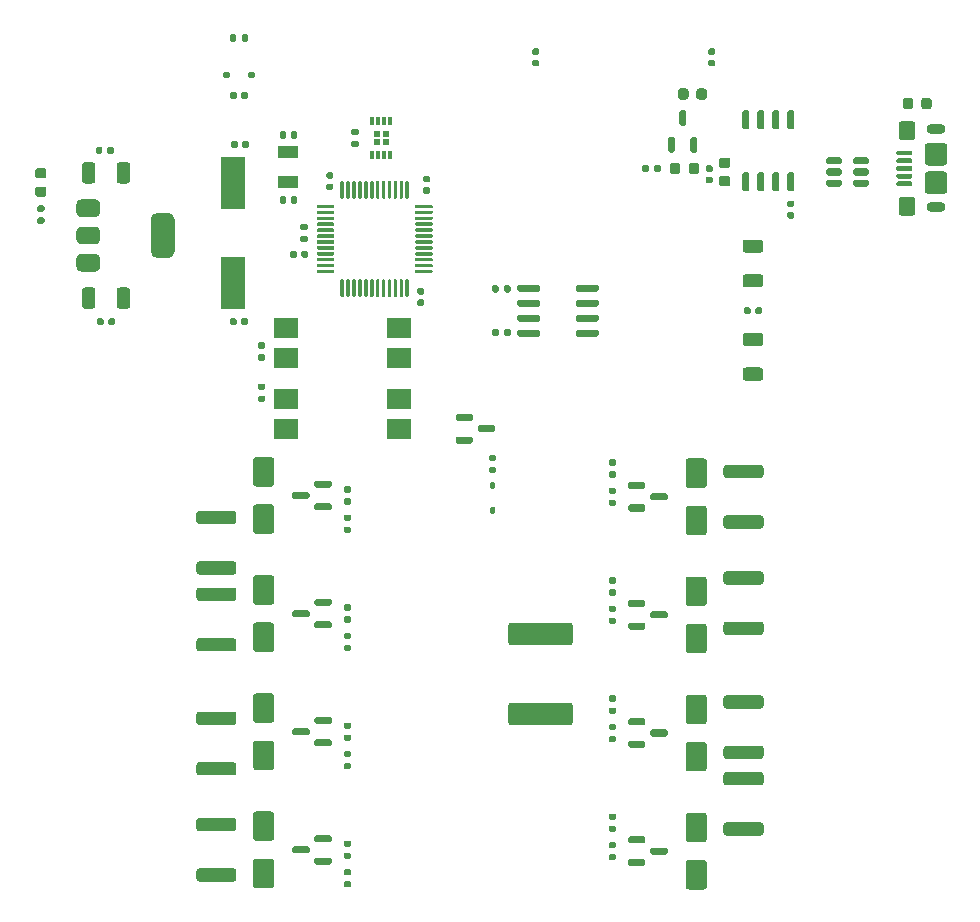
<source format=gtp>
G04 #@! TF.GenerationSoftware,KiCad,Pcbnew,8.0.8+1*
G04 #@! TF.CreationDate,2025-03-08T00:06:44+00:00*
G04 #@! TF.ProjectId,dcclicht,6463636c-6963-4687-942e-6b696361645f,rev?*
G04 #@! TF.SameCoordinates,Original*
G04 #@! TF.FileFunction,Paste,Top*
G04 #@! TF.FilePolarity,Positive*
%FSLAX46Y46*%
G04 Gerber Fmt 4.6, Leading zero omitted, Abs format (unit mm)*
G04 Created by KiCad (PCBNEW 8.0.8+1) date 2025-03-08 00:06:44*
%MOMM*%
%LPD*%
G01*
G04 APERTURE LIST*
%ADD10R,2.000000X1.780000*%
%ADD11R,0.600000X0.500000*%
%ADD12R,0.300000X0.750000*%
%ADD13R,2.000000X4.500000*%
%ADD14R,1.800000X1.000000*%
%ADD15O,1.600000X0.900000*%
G04 APERTURE END LIST*
G36*
G01*
X160915000Y-103220000D02*
X161285000Y-103220000D01*
G75*
G02*
X161420000Y-103355000I0J-135000D01*
G01*
X161420000Y-103625000D01*
G75*
G02*
X161285000Y-103760000I-135000J0D01*
G01*
X160915000Y-103760000D01*
G75*
G02*
X160780000Y-103625000I0J135000D01*
G01*
X160780000Y-103355000D01*
G75*
G02*
X160915000Y-103220000I135000J0D01*
G01*
G37*
G36*
G01*
X160915000Y-104240000D02*
X161285000Y-104240000D01*
G75*
G02*
X161420000Y-104375000I0J-135000D01*
G01*
X161420000Y-104645000D01*
G75*
G02*
X161285000Y-104780000I-135000J0D01*
G01*
X160915000Y-104780000D01*
G75*
G02*
X160780000Y-104645000I0J135000D01*
G01*
X160780000Y-104375000D01*
G75*
G02*
X160915000Y-104240000I135000J0D01*
G01*
G37*
G36*
G01*
X170750000Y-120800000D02*
X173650000Y-120800000D01*
G75*
G02*
X173900000Y-121050000I0J-250000D01*
G01*
X173900000Y-121675000D01*
G75*
G02*
X173650000Y-121925000I-250000J0D01*
G01*
X170750000Y-121925000D01*
G75*
G02*
X170500000Y-121675000I0J250000D01*
G01*
X170500000Y-121050000D01*
G75*
G02*
X170750000Y-120800000I250000J0D01*
G01*
G37*
G36*
G01*
X170750000Y-125075000D02*
X173650000Y-125075000D01*
G75*
G02*
X173900000Y-125325000I0J-250000D01*
G01*
X173900000Y-125950000D01*
G75*
G02*
X173650000Y-126200000I-250000J0D01*
G01*
X170750000Y-126200000D01*
G75*
G02*
X170500000Y-125950000I0J250000D01*
G01*
X170500000Y-125325000D01*
G75*
G02*
X170750000Y-125075000I250000J0D01*
G01*
G37*
G36*
G01*
X152480000Y-86215000D02*
X152480000Y-86585000D01*
G75*
G02*
X152345000Y-86720000I-135000J0D01*
G01*
X152075000Y-86720000D01*
G75*
G02*
X151940000Y-86585000I0J135000D01*
G01*
X151940000Y-86215000D01*
G75*
G02*
X152075000Y-86080000I135000J0D01*
G01*
X152345000Y-86080000D01*
G75*
G02*
X152480000Y-86215000I0J-135000D01*
G01*
G37*
G36*
G01*
X151460000Y-86215000D02*
X151460000Y-86585000D01*
G75*
G02*
X151325000Y-86720000I-135000J0D01*
G01*
X151055000Y-86720000D01*
G75*
G02*
X150920000Y-86585000I0J135000D01*
G01*
X150920000Y-86215000D01*
G75*
G02*
X151055000Y-86080000I135000J0D01*
G01*
X151325000Y-86080000D01*
G75*
G02*
X151460000Y-86215000I0J-135000D01*
G01*
G37*
G36*
G01*
X147825000Y-97450000D02*
X147825000Y-97150000D01*
G75*
G02*
X147975000Y-97000000I150000J0D01*
G01*
X149150000Y-97000000D01*
G75*
G02*
X149300000Y-97150000I0J-150000D01*
G01*
X149300000Y-97450000D01*
G75*
G02*
X149150000Y-97600000I-150000J0D01*
G01*
X147975000Y-97600000D01*
G75*
G02*
X147825000Y-97450000I0J150000D01*
G01*
G37*
G36*
G01*
X147825000Y-99350000D02*
X147825000Y-99050000D01*
G75*
G02*
X147975000Y-98900000I150000J0D01*
G01*
X149150000Y-98900000D01*
G75*
G02*
X149300000Y-99050000I0J-150000D01*
G01*
X149300000Y-99350000D01*
G75*
G02*
X149150000Y-99500000I-150000J0D01*
G01*
X147975000Y-99500000D01*
G75*
G02*
X147825000Y-99350000I0J150000D01*
G01*
G37*
G36*
G01*
X149700000Y-98400000D02*
X149700000Y-98100000D01*
G75*
G02*
X149850000Y-97950000I150000J0D01*
G01*
X151025000Y-97950000D01*
G75*
G02*
X151175000Y-98100000I0J-150000D01*
G01*
X151175000Y-98400000D01*
G75*
G02*
X151025000Y-98550000I-150000J0D01*
G01*
X149850000Y-98550000D01*
G75*
G02*
X149700000Y-98400000I0J150000D01*
G01*
G37*
G36*
G01*
X166250000Y-74862500D02*
X165950000Y-74862500D01*
G75*
G02*
X165800000Y-74712500I0J150000D01*
G01*
X165800000Y-73687500D01*
G75*
G02*
X165950000Y-73537500I150000J0D01*
G01*
X166250000Y-73537500D01*
G75*
G02*
X166400000Y-73687500I0J-150000D01*
G01*
X166400000Y-74712500D01*
G75*
G02*
X166250000Y-74862500I-150000J0D01*
G01*
G37*
G36*
G01*
X168150000Y-74862500D02*
X167850000Y-74862500D01*
G75*
G02*
X167700000Y-74712500I0J150000D01*
G01*
X167700000Y-73687500D01*
G75*
G02*
X167850000Y-73537500I150000J0D01*
G01*
X168150000Y-73537500D01*
G75*
G02*
X168300000Y-73687500I0J-150000D01*
G01*
X168300000Y-74712500D01*
G75*
G02*
X168150000Y-74862500I-150000J0D01*
G01*
G37*
G36*
G01*
X167200000Y-72587500D02*
X166900000Y-72587500D01*
G75*
G02*
X166750000Y-72437500I0J150000D01*
G01*
X166750000Y-71412500D01*
G75*
G02*
X166900000Y-71262500I150000J0D01*
G01*
X167200000Y-71262500D01*
G75*
G02*
X167350000Y-71412500I0J-150000D01*
G01*
X167350000Y-72437500D01*
G75*
G02*
X167200000Y-72587500I-150000J0D01*
G01*
G37*
G36*
G01*
X116175000Y-77225000D02*
X116175000Y-75925000D01*
G75*
G02*
X116425000Y-75675000I250000J0D01*
G01*
X117075000Y-75675000D01*
G75*
G02*
X117325000Y-75925000I0J-250000D01*
G01*
X117325000Y-77225000D01*
G75*
G02*
X117075000Y-77475000I-250000J0D01*
G01*
X116425000Y-77475000D01*
G75*
G02*
X116175000Y-77225000I0J250000D01*
G01*
G37*
G36*
G01*
X119125000Y-77225000D02*
X119125000Y-75925000D01*
G75*
G02*
X119375000Y-75675000I250000J0D01*
G01*
X120025000Y-75675000D01*
G75*
G02*
X120275000Y-75925000I0J-250000D01*
G01*
X120275000Y-77225000D01*
G75*
G02*
X120025000Y-77475000I-250000J0D01*
G01*
X119375000Y-77475000D01*
G75*
G02*
X119125000Y-77225000I0J250000D01*
G01*
G37*
G36*
G01*
X128697651Y-65360000D02*
X128697651Y-64990000D01*
G75*
G02*
X128832651Y-64855000I135000J0D01*
G01*
X129102651Y-64855000D01*
G75*
G02*
X129237651Y-64990000I0J-135000D01*
G01*
X129237651Y-65360000D01*
G75*
G02*
X129102651Y-65495000I-135000J0D01*
G01*
X128832651Y-65495000D01*
G75*
G02*
X128697651Y-65360000I0J135000D01*
G01*
G37*
G36*
G01*
X129717651Y-65360000D02*
X129717651Y-64990000D01*
G75*
G02*
X129852651Y-64855000I135000J0D01*
G01*
X130122651Y-64855000D01*
G75*
G02*
X130257651Y-64990000I0J-135000D01*
G01*
X130257651Y-65360000D01*
G75*
G02*
X130122651Y-65495000I-135000J0D01*
G01*
X129852651Y-65495000D01*
G75*
G02*
X129717651Y-65360000I0J135000D01*
G01*
G37*
G36*
G01*
X173650000Y-132700000D02*
X170750000Y-132700000D01*
G75*
G02*
X170500000Y-132450000I0J250000D01*
G01*
X170500000Y-131825000D01*
G75*
G02*
X170750000Y-131575000I250000J0D01*
G01*
X173650000Y-131575000D01*
G75*
G02*
X173900000Y-131825000I0J-250000D01*
G01*
X173900000Y-132450000D01*
G75*
G02*
X173650000Y-132700000I-250000J0D01*
G01*
G37*
G36*
G01*
X173650000Y-128425000D02*
X170750000Y-128425000D01*
G75*
G02*
X170500000Y-128175000I0J250000D01*
G01*
X170500000Y-127550000D01*
G75*
G02*
X170750000Y-127300000I250000J0D01*
G01*
X173650000Y-127300000D01*
G75*
G02*
X173900000Y-127550000I0J-250000D01*
G01*
X173900000Y-128175000D01*
G75*
G02*
X173650000Y-128425000I-250000J0D01*
G01*
G37*
G36*
G01*
X161285000Y-122380000D02*
X160915000Y-122380000D01*
G75*
G02*
X160780000Y-122245000I0J135000D01*
G01*
X160780000Y-121975000D01*
G75*
G02*
X160915000Y-121840000I135000J0D01*
G01*
X161285000Y-121840000D01*
G75*
G02*
X161420000Y-121975000I0J-135000D01*
G01*
X161420000Y-122245000D01*
G75*
G02*
X161285000Y-122380000I-135000J0D01*
G01*
G37*
G36*
G01*
X161285000Y-121360000D02*
X160915000Y-121360000D01*
G75*
G02*
X160780000Y-121225000I0J135000D01*
G01*
X160780000Y-120955000D01*
G75*
G02*
X160915000Y-120820000I135000J0D01*
G01*
X161285000Y-120820000D01*
G75*
G02*
X161420000Y-120955000I0J-135000D01*
G01*
X161420000Y-121225000D01*
G75*
G02*
X161285000Y-121360000I-135000J0D01*
G01*
G37*
G36*
G01*
X132217960Y-107140000D02*
X130917960Y-107140000D01*
G75*
G02*
X130667960Y-106890000I0J250000D01*
G01*
X130667960Y-104890000D01*
G75*
G02*
X130917960Y-104640000I250000J0D01*
G01*
X132217960Y-104640000D01*
G75*
G02*
X132467960Y-104890000I0J-250000D01*
G01*
X132467960Y-106890000D01*
G75*
G02*
X132217960Y-107140000I-250000J0D01*
G01*
G37*
G36*
G01*
X132217960Y-103140000D02*
X130917960Y-103140000D01*
G75*
G02*
X130667960Y-102890000I0J250000D01*
G01*
X130667960Y-100890000D01*
G75*
G02*
X130917960Y-100640000I250000J0D01*
G01*
X132217960Y-100640000D01*
G75*
G02*
X132467960Y-100890000I0J-250000D01*
G01*
X132467960Y-102890000D01*
G75*
G02*
X132217960Y-103140000I-250000J0D01*
G01*
G37*
G36*
G01*
X132217960Y-137140000D02*
X130917960Y-137140000D01*
G75*
G02*
X130667960Y-136890000I0J250000D01*
G01*
X130667960Y-134890000D01*
G75*
G02*
X130917960Y-134640000I250000J0D01*
G01*
X132217960Y-134640000D01*
G75*
G02*
X132467960Y-134890000I0J-250000D01*
G01*
X132467960Y-136890000D01*
G75*
G02*
X132217960Y-137140000I-250000J0D01*
G01*
G37*
G36*
G01*
X132217960Y-133140000D02*
X130917960Y-133140000D01*
G75*
G02*
X130667960Y-132890000I0J250000D01*
G01*
X130667960Y-130890000D01*
G75*
G02*
X130917960Y-130640000I250000J0D01*
G01*
X132217960Y-130640000D01*
G75*
G02*
X132467960Y-130890000I0J-250000D01*
G01*
X132467960Y-132890000D01*
G75*
G02*
X132217960Y-133140000I-250000J0D01*
G01*
G37*
G36*
G01*
X172375000Y-90125000D02*
X173625000Y-90125000D01*
G75*
G02*
X173875000Y-90375000I0J-250000D01*
G01*
X173875000Y-91000000D01*
G75*
G02*
X173625000Y-91250000I-250000J0D01*
G01*
X172375000Y-91250000D01*
G75*
G02*
X172125000Y-91000000I0J250000D01*
G01*
X172125000Y-90375000D01*
G75*
G02*
X172375000Y-90125000I250000J0D01*
G01*
G37*
G36*
G01*
X172375000Y-93050000D02*
X173625000Y-93050000D01*
G75*
G02*
X173875000Y-93300000I0J-250000D01*
G01*
X173875000Y-93925000D01*
G75*
G02*
X173625000Y-94175000I-250000J0D01*
G01*
X172375000Y-94175000D01*
G75*
G02*
X172125000Y-93925000I0J250000D01*
G01*
X172125000Y-93300000D01*
G75*
G02*
X172375000Y-93050000I250000J0D01*
G01*
G37*
G36*
G01*
X153050000Y-86495000D02*
X153050000Y-86195000D01*
G75*
G02*
X153200000Y-86045000I150000J0D01*
G01*
X154850000Y-86045000D01*
G75*
G02*
X155000000Y-86195000I0J-150000D01*
G01*
X155000000Y-86495000D01*
G75*
G02*
X154850000Y-86645000I-150000J0D01*
G01*
X153200000Y-86645000D01*
G75*
G02*
X153050000Y-86495000I0J150000D01*
G01*
G37*
G36*
G01*
X153050000Y-87765000D02*
X153050000Y-87465000D01*
G75*
G02*
X153200000Y-87315000I150000J0D01*
G01*
X154850000Y-87315000D01*
G75*
G02*
X155000000Y-87465000I0J-150000D01*
G01*
X155000000Y-87765000D01*
G75*
G02*
X154850000Y-87915000I-150000J0D01*
G01*
X153200000Y-87915000D01*
G75*
G02*
X153050000Y-87765000I0J150000D01*
G01*
G37*
G36*
G01*
X153050000Y-89035000D02*
X153050000Y-88735000D01*
G75*
G02*
X153200000Y-88585000I150000J0D01*
G01*
X154850000Y-88585000D01*
G75*
G02*
X155000000Y-88735000I0J-150000D01*
G01*
X155000000Y-89035000D01*
G75*
G02*
X154850000Y-89185000I-150000J0D01*
G01*
X153200000Y-89185000D01*
G75*
G02*
X153050000Y-89035000I0J150000D01*
G01*
G37*
G36*
G01*
X153050000Y-90305000D02*
X153050000Y-90005000D01*
G75*
G02*
X153200000Y-89855000I150000J0D01*
G01*
X154850000Y-89855000D01*
G75*
G02*
X155000000Y-90005000I0J-150000D01*
G01*
X155000000Y-90305000D01*
G75*
G02*
X154850000Y-90455000I-150000J0D01*
G01*
X153200000Y-90455000D01*
G75*
G02*
X153050000Y-90305000I0J150000D01*
G01*
G37*
G36*
G01*
X158000000Y-90305000D02*
X158000000Y-90005000D01*
G75*
G02*
X158150000Y-89855000I150000J0D01*
G01*
X159800000Y-89855000D01*
G75*
G02*
X159950000Y-90005000I0J-150000D01*
G01*
X159950000Y-90305000D01*
G75*
G02*
X159800000Y-90455000I-150000J0D01*
G01*
X158150000Y-90455000D01*
G75*
G02*
X158000000Y-90305000I0J150000D01*
G01*
G37*
G36*
G01*
X158000000Y-89035000D02*
X158000000Y-88735000D01*
G75*
G02*
X158150000Y-88585000I150000J0D01*
G01*
X159800000Y-88585000D01*
G75*
G02*
X159950000Y-88735000I0J-150000D01*
G01*
X159950000Y-89035000D01*
G75*
G02*
X159800000Y-89185000I-150000J0D01*
G01*
X158150000Y-89185000D01*
G75*
G02*
X158000000Y-89035000I0J150000D01*
G01*
G37*
G36*
G01*
X158000000Y-87765000D02*
X158000000Y-87465000D01*
G75*
G02*
X158150000Y-87315000I150000J0D01*
G01*
X159800000Y-87315000D01*
G75*
G02*
X159950000Y-87465000I0J-150000D01*
G01*
X159950000Y-87765000D01*
G75*
G02*
X159800000Y-87915000I-150000J0D01*
G01*
X158150000Y-87915000D01*
G75*
G02*
X158000000Y-87765000I0J150000D01*
G01*
G37*
G36*
G01*
X158000000Y-86495000D02*
X158000000Y-86195000D01*
G75*
G02*
X158150000Y-86045000I150000J0D01*
G01*
X159800000Y-86045000D01*
G75*
G02*
X159950000Y-86195000I0J-150000D01*
G01*
X159950000Y-86495000D01*
G75*
G02*
X159800000Y-86645000I-150000J0D01*
G01*
X158150000Y-86645000D01*
G75*
G02*
X158000000Y-86495000I0J150000D01*
G01*
G37*
G36*
G01*
X168850000Y-117250000D02*
X167550000Y-117250000D01*
G75*
G02*
X167300000Y-117000000I0J250000D01*
G01*
X167300000Y-115000000D01*
G75*
G02*
X167550000Y-114750000I250000J0D01*
G01*
X168850000Y-114750000D01*
G75*
G02*
X169100000Y-115000000I0J-250000D01*
G01*
X169100000Y-117000000D01*
G75*
G02*
X168850000Y-117250000I-250000J0D01*
G01*
G37*
G36*
G01*
X168850000Y-113250000D02*
X167550000Y-113250000D01*
G75*
G02*
X167300000Y-113000000I0J250000D01*
G01*
X167300000Y-111000000D01*
G75*
G02*
X167550000Y-110750000I250000J0D01*
G01*
X168850000Y-110750000D01*
G75*
G02*
X169100000Y-111000000I0J-250000D01*
G01*
X169100000Y-113000000D01*
G75*
G02*
X168850000Y-113250000I-250000J0D01*
G01*
G37*
G36*
G01*
X162425000Y-133200000D02*
X162425000Y-132900000D01*
G75*
G02*
X162575000Y-132750000I150000J0D01*
G01*
X163750000Y-132750000D01*
G75*
G02*
X163900000Y-132900000I0J-150000D01*
G01*
X163900000Y-133200000D01*
G75*
G02*
X163750000Y-133350000I-150000J0D01*
G01*
X162575000Y-133350000D01*
G75*
G02*
X162425000Y-133200000I0J150000D01*
G01*
G37*
G36*
G01*
X162425000Y-135100000D02*
X162425000Y-134800000D01*
G75*
G02*
X162575000Y-134650000I150000J0D01*
G01*
X163750000Y-134650000D01*
G75*
G02*
X163900000Y-134800000I0J-150000D01*
G01*
X163900000Y-135100000D01*
G75*
G02*
X163750000Y-135250000I-150000J0D01*
G01*
X162575000Y-135250000D01*
G75*
G02*
X162425000Y-135100000I0J150000D01*
G01*
G37*
G36*
G01*
X164300000Y-134150000D02*
X164300000Y-133850000D01*
G75*
G02*
X164450000Y-133700000I150000J0D01*
G01*
X165625000Y-133700000D01*
G75*
G02*
X165775000Y-133850000I0J-150000D01*
G01*
X165775000Y-134150000D01*
G75*
G02*
X165625000Y-134300000I-150000J0D01*
G01*
X164450000Y-134300000D01*
G75*
G02*
X164300000Y-134150000I0J150000D01*
G01*
G37*
G36*
G01*
X116175000Y-87825000D02*
X116175000Y-86525000D01*
G75*
G02*
X116425000Y-86275000I250000J0D01*
G01*
X117075000Y-86275000D01*
G75*
G02*
X117325000Y-86525000I0J-250000D01*
G01*
X117325000Y-87825000D01*
G75*
G02*
X117075000Y-88075000I-250000J0D01*
G01*
X116425000Y-88075000D01*
G75*
G02*
X116175000Y-87825000I0J250000D01*
G01*
G37*
G36*
G01*
X119125000Y-87825000D02*
X119125000Y-86525000D01*
G75*
G02*
X119375000Y-86275000I250000J0D01*
G01*
X120025000Y-86275000D01*
G75*
G02*
X120275000Y-86525000I0J-250000D01*
G01*
X120275000Y-87825000D01*
G75*
G02*
X120025000Y-88075000I-250000J0D01*
G01*
X119375000Y-88075000D01*
G75*
G02*
X119125000Y-87825000I0J250000D01*
G01*
G37*
D10*
X143015000Y-92270000D03*
X143015000Y-89730000D03*
X133485000Y-89730000D03*
X133485000Y-92270000D03*
G36*
G01*
X138482960Y-115510000D02*
X138852960Y-115510000D01*
G75*
G02*
X138987960Y-115645000I0J-135000D01*
G01*
X138987960Y-115915000D01*
G75*
G02*
X138852960Y-116050000I-135000J0D01*
G01*
X138482960Y-116050000D01*
G75*
G02*
X138347960Y-115915000I0J135000D01*
G01*
X138347960Y-115645000D01*
G75*
G02*
X138482960Y-115510000I135000J0D01*
G01*
G37*
G36*
G01*
X138482960Y-116530000D02*
X138852960Y-116530000D01*
G75*
G02*
X138987960Y-116665000I0J-135000D01*
G01*
X138987960Y-116935000D01*
G75*
G02*
X138852960Y-117070000I-135000J0D01*
G01*
X138482960Y-117070000D01*
G75*
G02*
X138347960Y-116935000I0J135000D01*
G01*
X138347960Y-116665000D01*
G75*
G02*
X138482960Y-116530000I135000J0D01*
G01*
G37*
G36*
G01*
X112885000Y-80890000D02*
X112515000Y-80890000D01*
G75*
G02*
X112380000Y-80755000I0J135000D01*
G01*
X112380000Y-80485000D01*
G75*
G02*
X112515000Y-80350000I135000J0D01*
G01*
X112885000Y-80350000D01*
G75*
G02*
X113020000Y-80485000I0J-135000D01*
G01*
X113020000Y-80755000D01*
G75*
G02*
X112885000Y-80890000I-135000J0D01*
G01*
G37*
G36*
G01*
X112885000Y-79870000D02*
X112515000Y-79870000D01*
G75*
G02*
X112380000Y-79735000I0J135000D01*
G01*
X112380000Y-79465000D01*
G75*
G02*
X112515000Y-79330000I135000J0D01*
G01*
X112885000Y-79330000D01*
G75*
G02*
X113020000Y-79465000I0J-135000D01*
G01*
X113020000Y-79735000D01*
G75*
G02*
X112885000Y-79870000I-135000J0D01*
G01*
G37*
G36*
G01*
X129017960Y-117090000D02*
X126117960Y-117090000D01*
G75*
G02*
X125867960Y-116840000I0J250000D01*
G01*
X125867960Y-116215000D01*
G75*
G02*
X126117960Y-115965000I250000J0D01*
G01*
X129017960Y-115965000D01*
G75*
G02*
X129267960Y-116215000I0J-250000D01*
G01*
X129267960Y-116840000D01*
G75*
G02*
X129017960Y-117090000I-250000J0D01*
G01*
G37*
G36*
G01*
X129017960Y-112815000D02*
X126117960Y-112815000D01*
G75*
G02*
X125867960Y-112565000I0J250000D01*
G01*
X125867960Y-111940000D01*
G75*
G02*
X126117960Y-111690000I250000J0D01*
G01*
X129017960Y-111690000D01*
G75*
G02*
X129267960Y-111940000I0J-250000D01*
G01*
X129267960Y-112565000D01*
G75*
G02*
X129017960Y-112815000I-250000J0D01*
G01*
G37*
G36*
G01*
X137342960Y-124690000D02*
X137342960Y-124990000D01*
G75*
G02*
X137192960Y-125140000I-150000J0D01*
G01*
X136017960Y-125140000D01*
G75*
G02*
X135867960Y-124990000I0J150000D01*
G01*
X135867960Y-124690000D01*
G75*
G02*
X136017960Y-124540000I150000J0D01*
G01*
X137192960Y-124540000D01*
G75*
G02*
X137342960Y-124690000I0J-150000D01*
G01*
G37*
G36*
G01*
X137342960Y-122790000D02*
X137342960Y-123090000D01*
G75*
G02*
X137192960Y-123240000I-150000J0D01*
G01*
X136017960Y-123240000D01*
G75*
G02*
X135867960Y-123090000I0J150000D01*
G01*
X135867960Y-122790000D01*
G75*
G02*
X136017960Y-122640000I150000J0D01*
G01*
X137192960Y-122640000D01*
G75*
G02*
X137342960Y-122790000I0J-150000D01*
G01*
G37*
G36*
G01*
X135467960Y-123740000D02*
X135467960Y-124040000D01*
G75*
G02*
X135317960Y-124190000I-150000J0D01*
G01*
X134142960Y-124190000D01*
G75*
G02*
X133992960Y-124040000I0J150000D01*
G01*
X133992960Y-123740000D01*
G75*
G02*
X134142960Y-123590000I150000J0D01*
G01*
X135317960Y-123590000D01*
G75*
G02*
X135467960Y-123740000I0J-150000D01*
G01*
G37*
D11*
X141900000Y-73300000D03*
X141150000Y-73300000D03*
X141900000Y-73950000D03*
X141150000Y-73950000D03*
D12*
X142275000Y-72175000D03*
X141775000Y-72175000D03*
X141275000Y-72175000D03*
X140775000Y-72175000D03*
X140775000Y-75075000D03*
X141275000Y-75075000D03*
X141775000Y-75075000D03*
X142275000Y-75075000D03*
G36*
G01*
X162425000Y-103200000D02*
X162425000Y-102900000D01*
G75*
G02*
X162575000Y-102750000I150000J0D01*
G01*
X163750000Y-102750000D01*
G75*
G02*
X163900000Y-102900000I0J-150000D01*
G01*
X163900000Y-103200000D01*
G75*
G02*
X163750000Y-103350000I-150000J0D01*
G01*
X162575000Y-103350000D01*
G75*
G02*
X162425000Y-103200000I0J150000D01*
G01*
G37*
G36*
G01*
X162425000Y-105100000D02*
X162425000Y-104800000D01*
G75*
G02*
X162575000Y-104650000I150000J0D01*
G01*
X163750000Y-104650000D01*
G75*
G02*
X163900000Y-104800000I0J-150000D01*
G01*
X163900000Y-105100000D01*
G75*
G02*
X163750000Y-105250000I-150000J0D01*
G01*
X162575000Y-105250000D01*
G75*
G02*
X162425000Y-105100000I0J150000D01*
G01*
G37*
G36*
G01*
X164300000Y-104150000D02*
X164300000Y-103850000D01*
G75*
G02*
X164450000Y-103700000I150000J0D01*
G01*
X165625000Y-103700000D01*
G75*
G02*
X165775000Y-103850000I0J-150000D01*
G01*
X165775000Y-104150000D01*
G75*
G02*
X165625000Y-104300000I-150000J0D01*
G01*
X164450000Y-104300000D01*
G75*
G02*
X164300000Y-104150000I0J150000D01*
G01*
G37*
D13*
X128975000Y-85925000D03*
X128975000Y-77425000D03*
G36*
G01*
X130335000Y-74005000D02*
X130335000Y-74345000D01*
G75*
G02*
X130195000Y-74485000I-140000J0D01*
G01*
X129915000Y-74485000D01*
G75*
G02*
X129775000Y-74345000I0J140000D01*
G01*
X129775000Y-74005000D01*
G75*
G02*
X129915000Y-73865000I140000J0D01*
G01*
X130195000Y-73865000D01*
G75*
G02*
X130335000Y-74005000I0J-140000D01*
G01*
G37*
G36*
G01*
X129375000Y-74005000D02*
X129375000Y-74345000D01*
G75*
G02*
X129235000Y-74485000I-140000J0D01*
G01*
X128955000Y-74485000D01*
G75*
G02*
X128815000Y-74345000I0J140000D01*
G01*
X128815000Y-74005000D01*
G75*
G02*
X128955000Y-73865000I140000J0D01*
G01*
X129235000Y-73865000D01*
G75*
G02*
X129375000Y-74005000I0J-140000D01*
G01*
G37*
G36*
G01*
X172375000Y-82225000D02*
X173625000Y-82225000D01*
G75*
G02*
X173875000Y-82475000I0J-250000D01*
G01*
X173875000Y-83100000D01*
G75*
G02*
X173625000Y-83350000I-250000J0D01*
G01*
X172375000Y-83350000D01*
G75*
G02*
X172125000Y-83100000I0J250000D01*
G01*
X172125000Y-82475000D01*
G75*
G02*
X172375000Y-82225000I250000J0D01*
G01*
G37*
G36*
G01*
X172375000Y-85150000D02*
X173625000Y-85150000D01*
G75*
G02*
X173875000Y-85400000I0J-250000D01*
G01*
X173875000Y-86025000D01*
G75*
G02*
X173625000Y-86275000I-250000J0D01*
G01*
X172375000Y-86275000D01*
G75*
G02*
X172125000Y-86025000I0J250000D01*
G01*
X172125000Y-85400000D01*
G75*
G02*
X172375000Y-85150000I250000J0D01*
G01*
G37*
G36*
G01*
X126117960Y-122190000D02*
X129017960Y-122190000D01*
G75*
G02*
X129267960Y-122440000I0J-250000D01*
G01*
X129267960Y-123065000D01*
G75*
G02*
X129017960Y-123315000I-250000J0D01*
G01*
X126117960Y-123315000D01*
G75*
G02*
X125867960Y-123065000I0J250000D01*
G01*
X125867960Y-122440000D01*
G75*
G02*
X126117960Y-122190000I250000J0D01*
G01*
G37*
G36*
G01*
X126117960Y-126465000D02*
X129017960Y-126465000D01*
G75*
G02*
X129267960Y-126715000I0J-250000D01*
G01*
X129267960Y-127340000D01*
G75*
G02*
X129017960Y-127590000I-250000J0D01*
G01*
X126117960Y-127590000D01*
G75*
G02*
X125867960Y-127340000I0J250000D01*
G01*
X125867960Y-126715000D01*
G75*
G02*
X126117960Y-126465000I250000J0D01*
G01*
G37*
G36*
G01*
X112956250Y-78612500D02*
X112443750Y-78612500D01*
G75*
G02*
X112225000Y-78393750I0J218750D01*
G01*
X112225000Y-77956250D01*
G75*
G02*
X112443750Y-77737500I218750J0D01*
G01*
X112956250Y-77737500D01*
G75*
G02*
X113175000Y-77956250I0J-218750D01*
G01*
X113175000Y-78393750D01*
G75*
G02*
X112956250Y-78612500I-218750J0D01*
G01*
G37*
G36*
G01*
X112956250Y-77037500D02*
X112443750Y-77037500D01*
G75*
G02*
X112225000Y-76818750I0J218750D01*
G01*
X112225000Y-76381250D01*
G75*
G02*
X112443750Y-76162500I218750J0D01*
G01*
X112956250Y-76162500D01*
G75*
G02*
X113175000Y-76381250I0J-218750D01*
G01*
X113175000Y-76818750D01*
G75*
G02*
X112956250Y-77037500I-218750J0D01*
G01*
G37*
G36*
G01*
X173760000Y-88080000D02*
X173760000Y-88420000D01*
G75*
G02*
X173620000Y-88560000I-140000J0D01*
G01*
X173340000Y-88560000D01*
G75*
G02*
X173200000Y-88420000I0J140000D01*
G01*
X173200000Y-88080000D01*
G75*
G02*
X173340000Y-87940000I140000J0D01*
G01*
X173620000Y-87940000D01*
G75*
G02*
X173760000Y-88080000I0J-140000D01*
G01*
G37*
G36*
G01*
X172800000Y-88080000D02*
X172800000Y-88420000D01*
G75*
G02*
X172660000Y-88560000I-140000J0D01*
G01*
X172380000Y-88560000D01*
G75*
G02*
X172240000Y-88420000I0J140000D01*
G01*
X172240000Y-88080000D01*
G75*
G02*
X172380000Y-87940000I140000J0D01*
G01*
X172660000Y-87940000D01*
G75*
G02*
X172800000Y-88080000I0J-140000D01*
G01*
G37*
G36*
G01*
X136075000Y-79500000D02*
X136075000Y-79350000D01*
G75*
G02*
X136150000Y-79275000I75000J0D01*
G01*
X137475000Y-79275000D01*
G75*
G02*
X137550000Y-79350000I0J-75000D01*
G01*
X137550000Y-79500000D01*
G75*
G02*
X137475000Y-79575000I-75000J0D01*
G01*
X136150000Y-79575000D01*
G75*
G02*
X136075000Y-79500000I0J75000D01*
G01*
G37*
G36*
G01*
X136075000Y-80000000D02*
X136075000Y-79850000D01*
G75*
G02*
X136150000Y-79775000I75000J0D01*
G01*
X137475000Y-79775000D01*
G75*
G02*
X137550000Y-79850000I0J-75000D01*
G01*
X137550000Y-80000000D01*
G75*
G02*
X137475000Y-80075000I-75000J0D01*
G01*
X136150000Y-80075000D01*
G75*
G02*
X136075000Y-80000000I0J75000D01*
G01*
G37*
G36*
G01*
X136075000Y-80500000D02*
X136075000Y-80350000D01*
G75*
G02*
X136150000Y-80275000I75000J0D01*
G01*
X137475000Y-80275000D01*
G75*
G02*
X137550000Y-80350000I0J-75000D01*
G01*
X137550000Y-80500000D01*
G75*
G02*
X137475000Y-80575000I-75000J0D01*
G01*
X136150000Y-80575000D01*
G75*
G02*
X136075000Y-80500000I0J75000D01*
G01*
G37*
G36*
G01*
X136075000Y-81000000D02*
X136075000Y-80850000D01*
G75*
G02*
X136150000Y-80775000I75000J0D01*
G01*
X137475000Y-80775000D01*
G75*
G02*
X137550000Y-80850000I0J-75000D01*
G01*
X137550000Y-81000000D01*
G75*
G02*
X137475000Y-81075000I-75000J0D01*
G01*
X136150000Y-81075000D01*
G75*
G02*
X136075000Y-81000000I0J75000D01*
G01*
G37*
G36*
G01*
X136075000Y-81500000D02*
X136075000Y-81350000D01*
G75*
G02*
X136150000Y-81275000I75000J0D01*
G01*
X137475000Y-81275000D01*
G75*
G02*
X137550000Y-81350000I0J-75000D01*
G01*
X137550000Y-81500000D01*
G75*
G02*
X137475000Y-81575000I-75000J0D01*
G01*
X136150000Y-81575000D01*
G75*
G02*
X136075000Y-81500000I0J75000D01*
G01*
G37*
G36*
G01*
X136075000Y-82000000D02*
X136075000Y-81850000D01*
G75*
G02*
X136150000Y-81775000I75000J0D01*
G01*
X137475000Y-81775000D01*
G75*
G02*
X137550000Y-81850000I0J-75000D01*
G01*
X137550000Y-82000000D01*
G75*
G02*
X137475000Y-82075000I-75000J0D01*
G01*
X136150000Y-82075000D01*
G75*
G02*
X136075000Y-82000000I0J75000D01*
G01*
G37*
G36*
G01*
X136075000Y-82500000D02*
X136075000Y-82350000D01*
G75*
G02*
X136150000Y-82275000I75000J0D01*
G01*
X137475000Y-82275000D01*
G75*
G02*
X137550000Y-82350000I0J-75000D01*
G01*
X137550000Y-82500000D01*
G75*
G02*
X137475000Y-82575000I-75000J0D01*
G01*
X136150000Y-82575000D01*
G75*
G02*
X136075000Y-82500000I0J75000D01*
G01*
G37*
G36*
G01*
X136075000Y-83000000D02*
X136075000Y-82850000D01*
G75*
G02*
X136150000Y-82775000I75000J0D01*
G01*
X137475000Y-82775000D01*
G75*
G02*
X137550000Y-82850000I0J-75000D01*
G01*
X137550000Y-83000000D01*
G75*
G02*
X137475000Y-83075000I-75000J0D01*
G01*
X136150000Y-83075000D01*
G75*
G02*
X136075000Y-83000000I0J75000D01*
G01*
G37*
G36*
G01*
X136075000Y-83500000D02*
X136075000Y-83350000D01*
G75*
G02*
X136150000Y-83275000I75000J0D01*
G01*
X137475000Y-83275000D01*
G75*
G02*
X137550000Y-83350000I0J-75000D01*
G01*
X137550000Y-83500000D01*
G75*
G02*
X137475000Y-83575000I-75000J0D01*
G01*
X136150000Y-83575000D01*
G75*
G02*
X136075000Y-83500000I0J75000D01*
G01*
G37*
G36*
G01*
X136075000Y-84000000D02*
X136075000Y-83850000D01*
G75*
G02*
X136150000Y-83775000I75000J0D01*
G01*
X137475000Y-83775000D01*
G75*
G02*
X137550000Y-83850000I0J-75000D01*
G01*
X137550000Y-84000000D01*
G75*
G02*
X137475000Y-84075000I-75000J0D01*
G01*
X136150000Y-84075000D01*
G75*
G02*
X136075000Y-84000000I0J75000D01*
G01*
G37*
G36*
G01*
X136075000Y-84500000D02*
X136075000Y-84350000D01*
G75*
G02*
X136150000Y-84275000I75000J0D01*
G01*
X137475000Y-84275000D01*
G75*
G02*
X137550000Y-84350000I0J-75000D01*
G01*
X137550000Y-84500000D01*
G75*
G02*
X137475000Y-84575000I-75000J0D01*
G01*
X136150000Y-84575000D01*
G75*
G02*
X136075000Y-84500000I0J75000D01*
G01*
G37*
G36*
G01*
X136075000Y-85000000D02*
X136075000Y-84850000D01*
G75*
G02*
X136150000Y-84775000I75000J0D01*
G01*
X137475000Y-84775000D01*
G75*
G02*
X137550000Y-84850000I0J-75000D01*
G01*
X137550000Y-85000000D01*
G75*
G02*
X137475000Y-85075000I-75000J0D01*
G01*
X136150000Y-85075000D01*
G75*
G02*
X136075000Y-85000000I0J75000D01*
G01*
G37*
G36*
G01*
X138075000Y-87000000D02*
X138075000Y-85675000D01*
G75*
G02*
X138150000Y-85600000I75000J0D01*
G01*
X138300000Y-85600000D01*
G75*
G02*
X138375000Y-85675000I0J-75000D01*
G01*
X138375000Y-87000000D01*
G75*
G02*
X138300000Y-87075000I-75000J0D01*
G01*
X138150000Y-87075000D01*
G75*
G02*
X138075000Y-87000000I0J75000D01*
G01*
G37*
G36*
G01*
X138575000Y-87000000D02*
X138575000Y-85675000D01*
G75*
G02*
X138650000Y-85600000I75000J0D01*
G01*
X138800000Y-85600000D01*
G75*
G02*
X138875000Y-85675000I0J-75000D01*
G01*
X138875000Y-87000000D01*
G75*
G02*
X138800000Y-87075000I-75000J0D01*
G01*
X138650000Y-87075000D01*
G75*
G02*
X138575000Y-87000000I0J75000D01*
G01*
G37*
G36*
G01*
X139075000Y-87000000D02*
X139075000Y-85675000D01*
G75*
G02*
X139150000Y-85600000I75000J0D01*
G01*
X139300000Y-85600000D01*
G75*
G02*
X139375000Y-85675000I0J-75000D01*
G01*
X139375000Y-87000000D01*
G75*
G02*
X139300000Y-87075000I-75000J0D01*
G01*
X139150000Y-87075000D01*
G75*
G02*
X139075000Y-87000000I0J75000D01*
G01*
G37*
G36*
G01*
X139575000Y-87000000D02*
X139575000Y-85675000D01*
G75*
G02*
X139650000Y-85600000I75000J0D01*
G01*
X139800000Y-85600000D01*
G75*
G02*
X139875000Y-85675000I0J-75000D01*
G01*
X139875000Y-87000000D01*
G75*
G02*
X139800000Y-87075000I-75000J0D01*
G01*
X139650000Y-87075000D01*
G75*
G02*
X139575000Y-87000000I0J75000D01*
G01*
G37*
G36*
G01*
X140075000Y-87000000D02*
X140075000Y-85675000D01*
G75*
G02*
X140150000Y-85600000I75000J0D01*
G01*
X140300000Y-85600000D01*
G75*
G02*
X140375000Y-85675000I0J-75000D01*
G01*
X140375000Y-87000000D01*
G75*
G02*
X140300000Y-87075000I-75000J0D01*
G01*
X140150000Y-87075000D01*
G75*
G02*
X140075000Y-87000000I0J75000D01*
G01*
G37*
G36*
G01*
X140575000Y-87000000D02*
X140575000Y-85675000D01*
G75*
G02*
X140650000Y-85600000I75000J0D01*
G01*
X140800000Y-85600000D01*
G75*
G02*
X140875000Y-85675000I0J-75000D01*
G01*
X140875000Y-87000000D01*
G75*
G02*
X140800000Y-87075000I-75000J0D01*
G01*
X140650000Y-87075000D01*
G75*
G02*
X140575000Y-87000000I0J75000D01*
G01*
G37*
G36*
G01*
X141075000Y-87000000D02*
X141075000Y-85675000D01*
G75*
G02*
X141150000Y-85600000I75000J0D01*
G01*
X141300000Y-85600000D01*
G75*
G02*
X141375000Y-85675000I0J-75000D01*
G01*
X141375000Y-87000000D01*
G75*
G02*
X141300000Y-87075000I-75000J0D01*
G01*
X141150000Y-87075000D01*
G75*
G02*
X141075000Y-87000000I0J75000D01*
G01*
G37*
G36*
G01*
X141575000Y-87000000D02*
X141575000Y-85675000D01*
G75*
G02*
X141650000Y-85600000I75000J0D01*
G01*
X141800000Y-85600000D01*
G75*
G02*
X141875000Y-85675000I0J-75000D01*
G01*
X141875000Y-87000000D01*
G75*
G02*
X141800000Y-87075000I-75000J0D01*
G01*
X141650000Y-87075000D01*
G75*
G02*
X141575000Y-87000000I0J75000D01*
G01*
G37*
G36*
G01*
X142075000Y-87000000D02*
X142075000Y-85675000D01*
G75*
G02*
X142150000Y-85600000I75000J0D01*
G01*
X142300000Y-85600000D01*
G75*
G02*
X142375000Y-85675000I0J-75000D01*
G01*
X142375000Y-87000000D01*
G75*
G02*
X142300000Y-87075000I-75000J0D01*
G01*
X142150000Y-87075000D01*
G75*
G02*
X142075000Y-87000000I0J75000D01*
G01*
G37*
G36*
G01*
X142575000Y-87000000D02*
X142575000Y-85675000D01*
G75*
G02*
X142650000Y-85600000I75000J0D01*
G01*
X142800000Y-85600000D01*
G75*
G02*
X142875000Y-85675000I0J-75000D01*
G01*
X142875000Y-87000000D01*
G75*
G02*
X142800000Y-87075000I-75000J0D01*
G01*
X142650000Y-87075000D01*
G75*
G02*
X142575000Y-87000000I0J75000D01*
G01*
G37*
G36*
G01*
X143075000Y-87000000D02*
X143075000Y-85675000D01*
G75*
G02*
X143150000Y-85600000I75000J0D01*
G01*
X143300000Y-85600000D01*
G75*
G02*
X143375000Y-85675000I0J-75000D01*
G01*
X143375000Y-87000000D01*
G75*
G02*
X143300000Y-87075000I-75000J0D01*
G01*
X143150000Y-87075000D01*
G75*
G02*
X143075000Y-87000000I0J75000D01*
G01*
G37*
G36*
G01*
X143575000Y-87000000D02*
X143575000Y-85675000D01*
G75*
G02*
X143650000Y-85600000I75000J0D01*
G01*
X143800000Y-85600000D01*
G75*
G02*
X143875000Y-85675000I0J-75000D01*
G01*
X143875000Y-87000000D01*
G75*
G02*
X143800000Y-87075000I-75000J0D01*
G01*
X143650000Y-87075000D01*
G75*
G02*
X143575000Y-87000000I0J75000D01*
G01*
G37*
G36*
G01*
X144400000Y-85000000D02*
X144400000Y-84850000D01*
G75*
G02*
X144475000Y-84775000I75000J0D01*
G01*
X145800000Y-84775000D01*
G75*
G02*
X145875000Y-84850000I0J-75000D01*
G01*
X145875000Y-85000000D01*
G75*
G02*
X145800000Y-85075000I-75000J0D01*
G01*
X144475000Y-85075000D01*
G75*
G02*
X144400000Y-85000000I0J75000D01*
G01*
G37*
G36*
G01*
X144400000Y-84500000D02*
X144400000Y-84350000D01*
G75*
G02*
X144475000Y-84275000I75000J0D01*
G01*
X145800000Y-84275000D01*
G75*
G02*
X145875000Y-84350000I0J-75000D01*
G01*
X145875000Y-84500000D01*
G75*
G02*
X145800000Y-84575000I-75000J0D01*
G01*
X144475000Y-84575000D01*
G75*
G02*
X144400000Y-84500000I0J75000D01*
G01*
G37*
G36*
G01*
X144400000Y-84000000D02*
X144400000Y-83850000D01*
G75*
G02*
X144475000Y-83775000I75000J0D01*
G01*
X145800000Y-83775000D01*
G75*
G02*
X145875000Y-83850000I0J-75000D01*
G01*
X145875000Y-84000000D01*
G75*
G02*
X145800000Y-84075000I-75000J0D01*
G01*
X144475000Y-84075000D01*
G75*
G02*
X144400000Y-84000000I0J75000D01*
G01*
G37*
G36*
G01*
X144400000Y-83500000D02*
X144400000Y-83350000D01*
G75*
G02*
X144475000Y-83275000I75000J0D01*
G01*
X145800000Y-83275000D01*
G75*
G02*
X145875000Y-83350000I0J-75000D01*
G01*
X145875000Y-83500000D01*
G75*
G02*
X145800000Y-83575000I-75000J0D01*
G01*
X144475000Y-83575000D01*
G75*
G02*
X144400000Y-83500000I0J75000D01*
G01*
G37*
G36*
G01*
X144400000Y-83000000D02*
X144400000Y-82850000D01*
G75*
G02*
X144475000Y-82775000I75000J0D01*
G01*
X145800000Y-82775000D01*
G75*
G02*
X145875000Y-82850000I0J-75000D01*
G01*
X145875000Y-83000000D01*
G75*
G02*
X145800000Y-83075000I-75000J0D01*
G01*
X144475000Y-83075000D01*
G75*
G02*
X144400000Y-83000000I0J75000D01*
G01*
G37*
G36*
G01*
X144400000Y-82500000D02*
X144400000Y-82350000D01*
G75*
G02*
X144475000Y-82275000I75000J0D01*
G01*
X145800000Y-82275000D01*
G75*
G02*
X145875000Y-82350000I0J-75000D01*
G01*
X145875000Y-82500000D01*
G75*
G02*
X145800000Y-82575000I-75000J0D01*
G01*
X144475000Y-82575000D01*
G75*
G02*
X144400000Y-82500000I0J75000D01*
G01*
G37*
G36*
G01*
X144400000Y-82000000D02*
X144400000Y-81850000D01*
G75*
G02*
X144475000Y-81775000I75000J0D01*
G01*
X145800000Y-81775000D01*
G75*
G02*
X145875000Y-81850000I0J-75000D01*
G01*
X145875000Y-82000000D01*
G75*
G02*
X145800000Y-82075000I-75000J0D01*
G01*
X144475000Y-82075000D01*
G75*
G02*
X144400000Y-82000000I0J75000D01*
G01*
G37*
G36*
G01*
X144400000Y-81500000D02*
X144400000Y-81350000D01*
G75*
G02*
X144475000Y-81275000I75000J0D01*
G01*
X145800000Y-81275000D01*
G75*
G02*
X145875000Y-81350000I0J-75000D01*
G01*
X145875000Y-81500000D01*
G75*
G02*
X145800000Y-81575000I-75000J0D01*
G01*
X144475000Y-81575000D01*
G75*
G02*
X144400000Y-81500000I0J75000D01*
G01*
G37*
G36*
G01*
X144400000Y-81000000D02*
X144400000Y-80850000D01*
G75*
G02*
X144475000Y-80775000I75000J0D01*
G01*
X145800000Y-80775000D01*
G75*
G02*
X145875000Y-80850000I0J-75000D01*
G01*
X145875000Y-81000000D01*
G75*
G02*
X145800000Y-81075000I-75000J0D01*
G01*
X144475000Y-81075000D01*
G75*
G02*
X144400000Y-81000000I0J75000D01*
G01*
G37*
G36*
G01*
X144400000Y-80500000D02*
X144400000Y-80350000D01*
G75*
G02*
X144475000Y-80275000I75000J0D01*
G01*
X145800000Y-80275000D01*
G75*
G02*
X145875000Y-80350000I0J-75000D01*
G01*
X145875000Y-80500000D01*
G75*
G02*
X145800000Y-80575000I-75000J0D01*
G01*
X144475000Y-80575000D01*
G75*
G02*
X144400000Y-80500000I0J75000D01*
G01*
G37*
G36*
G01*
X144400000Y-80000000D02*
X144400000Y-79850000D01*
G75*
G02*
X144475000Y-79775000I75000J0D01*
G01*
X145800000Y-79775000D01*
G75*
G02*
X145875000Y-79850000I0J-75000D01*
G01*
X145875000Y-80000000D01*
G75*
G02*
X145800000Y-80075000I-75000J0D01*
G01*
X144475000Y-80075000D01*
G75*
G02*
X144400000Y-80000000I0J75000D01*
G01*
G37*
G36*
G01*
X144400000Y-79500000D02*
X144400000Y-79350000D01*
G75*
G02*
X144475000Y-79275000I75000J0D01*
G01*
X145800000Y-79275000D01*
G75*
G02*
X145875000Y-79350000I0J-75000D01*
G01*
X145875000Y-79500000D01*
G75*
G02*
X145800000Y-79575000I-75000J0D01*
G01*
X144475000Y-79575000D01*
G75*
G02*
X144400000Y-79500000I0J75000D01*
G01*
G37*
G36*
G01*
X143575000Y-78675000D02*
X143575000Y-77350000D01*
G75*
G02*
X143650000Y-77275000I75000J0D01*
G01*
X143800000Y-77275000D01*
G75*
G02*
X143875000Y-77350000I0J-75000D01*
G01*
X143875000Y-78675000D01*
G75*
G02*
X143800000Y-78750000I-75000J0D01*
G01*
X143650000Y-78750000D01*
G75*
G02*
X143575000Y-78675000I0J75000D01*
G01*
G37*
G36*
G01*
X143075000Y-78675000D02*
X143075000Y-77350000D01*
G75*
G02*
X143150000Y-77275000I75000J0D01*
G01*
X143300000Y-77275000D01*
G75*
G02*
X143375000Y-77350000I0J-75000D01*
G01*
X143375000Y-78675000D01*
G75*
G02*
X143300000Y-78750000I-75000J0D01*
G01*
X143150000Y-78750000D01*
G75*
G02*
X143075000Y-78675000I0J75000D01*
G01*
G37*
G36*
G01*
X142575000Y-78675000D02*
X142575000Y-77350000D01*
G75*
G02*
X142650000Y-77275000I75000J0D01*
G01*
X142800000Y-77275000D01*
G75*
G02*
X142875000Y-77350000I0J-75000D01*
G01*
X142875000Y-78675000D01*
G75*
G02*
X142800000Y-78750000I-75000J0D01*
G01*
X142650000Y-78750000D01*
G75*
G02*
X142575000Y-78675000I0J75000D01*
G01*
G37*
G36*
G01*
X142075000Y-78675000D02*
X142075000Y-77350000D01*
G75*
G02*
X142150000Y-77275000I75000J0D01*
G01*
X142300000Y-77275000D01*
G75*
G02*
X142375000Y-77350000I0J-75000D01*
G01*
X142375000Y-78675000D01*
G75*
G02*
X142300000Y-78750000I-75000J0D01*
G01*
X142150000Y-78750000D01*
G75*
G02*
X142075000Y-78675000I0J75000D01*
G01*
G37*
G36*
G01*
X141575000Y-78675000D02*
X141575000Y-77350000D01*
G75*
G02*
X141650000Y-77275000I75000J0D01*
G01*
X141800000Y-77275000D01*
G75*
G02*
X141875000Y-77350000I0J-75000D01*
G01*
X141875000Y-78675000D01*
G75*
G02*
X141800000Y-78750000I-75000J0D01*
G01*
X141650000Y-78750000D01*
G75*
G02*
X141575000Y-78675000I0J75000D01*
G01*
G37*
G36*
G01*
X141075000Y-78675000D02*
X141075000Y-77350000D01*
G75*
G02*
X141150000Y-77275000I75000J0D01*
G01*
X141300000Y-77275000D01*
G75*
G02*
X141375000Y-77350000I0J-75000D01*
G01*
X141375000Y-78675000D01*
G75*
G02*
X141300000Y-78750000I-75000J0D01*
G01*
X141150000Y-78750000D01*
G75*
G02*
X141075000Y-78675000I0J75000D01*
G01*
G37*
G36*
G01*
X140575000Y-78675000D02*
X140575000Y-77350000D01*
G75*
G02*
X140650000Y-77275000I75000J0D01*
G01*
X140800000Y-77275000D01*
G75*
G02*
X140875000Y-77350000I0J-75000D01*
G01*
X140875000Y-78675000D01*
G75*
G02*
X140800000Y-78750000I-75000J0D01*
G01*
X140650000Y-78750000D01*
G75*
G02*
X140575000Y-78675000I0J75000D01*
G01*
G37*
G36*
G01*
X140075000Y-78675000D02*
X140075000Y-77350000D01*
G75*
G02*
X140150000Y-77275000I75000J0D01*
G01*
X140300000Y-77275000D01*
G75*
G02*
X140375000Y-77350000I0J-75000D01*
G01*
X140375000Y-78675000D01*
G75*
G02*
X140300000Y-78750000I-75000J0D01*
G01*
X140150000Y-78750000D01*
G75*
G02*
X140075000Y-78675000I0J75000D01*
G01*
G37*
G36*
G01*
X139575000Y-78675000D02*
X139575000Y-77350000D01*
G75*
G02*
X139650000Y-77275000I75000J0D01*
G01*
X139800000Y-77275000D01*
G75*
G02*
X139875000Y-77350000I0J-75000D01*
G01*
X139875000Y-78675000D01*
G75*
G02*
X139800000Y-78750000I-75000J0D01*
G01*
X139650000Y-78750000D01*
G75*
G02*
X139575000Y-78675000I0J75000D01*
G01*
G37*
G36*
G01*
X139075000Y-78675000D02*
X139075000Y-77350000D01*
G75*
G02*
X139150000Y-77275000I75000J0D01*
G01*
X139300000Y-77275000D01*
G75*
G02*
X139375000Y-77350000I0J-75000D01*
G01*
X139375000Y-78675000D01*
G75*
G02*
X139300000Y-78750000I-75000J0D01*
G01*
X139150000Y-78750000D01*
G75*
G02*
X139075000Y-78675000I0J75000D01*
G01*
G37*
G36*
G01*
X138575000Y-78675000D02*
X138575000Y-77350000D01*
G75*
G02*
X138650000Y-77275000I75000J0D01*
G01*
X138800000Y-77275000D01*
G75*
G02*
X138875000Y-77350000I0J-75000D01*
G01*
X138875000Y-78675000D01*
G75*
G02*
X138800000Y-78750000I-75000J0D01*
G01*
X138650000Y-78750000D01*
G75*
G02*
X138575000Y-78675000I0J75000D01*
G01*
G37*
G36*
G01*
X138075000Y-78675000D02*
X138075000Y-77350000D01*
G75*
G02*
X138150000Y-77275000I75000J0D01*
G01*
X138300000Y-77275000D01*
G75*
G02*
X138375000Y-77350000I0J-75000D01*
G01*
X138375000Y-78675000D01*
G75*
G02*
X138300000Y-78750000I-75000J0D01*
G01*
X138150000Y-78750000D01*
G75*
G02*
X138075000Y-78675000I0J75000D01*
G01*
G37*
G36*
G01*
X137342960Y-114690000D02*
X137342960Y-114990000D01*
G75*
G02*
X137192960Y-115140000I-150000J0D01*
G01*
X136017960Y-115140000D01*
G75*
G02*
X135867960Y-114990000I0J150000D01*
G01*
X135867960Y-114690000D01*
G75*
G02*
X136017960Y-114540000I150000J0D01*
G01*
X137192960Y-114540000D01*
G75*
G02*
X137342960Y-114690000I0J-150000D01*
G01*
G37*
G36*
G01*
X137342960Y-112790000D02*
X137342960Y-113090000D01*
G75*
G02*
X137192960Y-113240000I-150000J0D01*
G01*
X136017960Y-113240000D01*
G75*
G02*
X135867960Y-113090000I0J150000D01*
G01*
X135867960Y-112790000D01*
G75*
G02*
X136017960Y-112640000I150000J0D01*
G01*
X137192960Y-112640000D01*
G75*
G02*
X137342960Y-112790000I0J-150000D01*
G01*
G37*
G36*
G01*
X135467960Y-113740000D02*
X135467960Y-114040000D01*
G75*
G02*
X135317960Y-114190000I-150000J0D01*
G01*
X134142960Y-114190000D01*
G75*
G02*
X133992960Y-114040000I0J150000D01*
G01*
X133992960Y-113740000D01*
G75*
G02*
X134142960Y-113590000I150000J0D01*
G01*
X135317960Y-113590000D01*
G75*
G02*
X135467960Y-113740000I0J-150000D01*
G01*
G37*
G36*
G01*
X154770000Y-67560000D02*
X154430000Y-67560000D01*
G75*
G02*
X154290000Y-67420000I0J140000D01*
G01*
X154290000Y-67140000D01*
G75*
G02*
X154430000Y-67000000I140000J0D01*
G01*
X154770000Y-67000000D01*
G75*
G02*
X154910000Y-67140000I0J-140000D01*
G01*
X154910000Y-67420000D01*
G75*
G02*
X154770000Y-67560000I-140000J0D01*
G01*
G37*
G36*
G01*
X154770000Y-66600000D02*
X154430000Y-66600000D01*
G75*
G02*
X154290000Y-66460000I0J140000D01*
G01*
X154290000Y-66180000D01*
G75*
G02*
X154430000Y-66040000I140000J0D01*
G01*
X154770000Y-66040000D01*
G75*
G02*
X154910000Y-66180000I0J-140000D01*
G01*
X154910000Y-66460000D01*
G75*
G02*
X154770000Y-66600000I-140000J0D01*
G01*
G37*
G36*
G01*
X152480000Y-89915000D02*
X152480000Y-90285000D01*
G75*
G02*
X152345000Y-90420000I-135000J0D01*
G01*
X152075000Y-90420000D01*
G75*
G02*
X151940000Y-90285000I0J135000D01*
G01*
X151940000Y-89915000D01*
G75*
G02*
X152075000Y-89780000I135000J0D01*
G01*
X152345000Y-89780000D01*
G75*
G02*
X152480000Y-89915000I0J-135000D01*
G01*
G37*
G36*
G01*
X151460000Y-89915000D02*
X151460000Y-90285000D01*
G75*
G02*
X151325000Y-90420000I-135000J0D01*
G01*
X151055000Y-90420000D01*
G75*
G02*
X150920000Y-90285000I0J135000D01*
G01*
X150920000Y-89915000D01*
G75*
G02*
X151055000Y-89780000I135000J0D01*
G01*
X151325000Y-89780000D01*
G75*
G02*
X151460000Y-89915000I0J-135000D01*
G01*
G37*
G36*
G01*
X165975000Y-76456250D02*
X165975000Y-75943750D01*
G75*
G02*
X166193750Y-75725000I218750J0D01*
G01*
X166631250Y-75725000D01*
G75*
G02*
X166850000Y-75943750I0J-218750D01*
G01*
X166850000Y-76456250D01*
G75*
G02*
X166631250Y-76675000I-218750J0D01*
G01*
X166193750Y-76675000D01*
G75*
G02*
X165975000Y-76456250I0J218750D01*
G01*
G37*
G36*
G01*
X167550000Y-76456250D02*
X167550000Y-75943750D01*
G75*
G02*
X167768750Y-75725000I218750J0D01*
G01*
X168206250Y-75725000D01*
G75*
G02*
X168425000Y-75943750I0J-218750D01*
G01*
X168425000Y-76456250D01*
G75*
G02*
X168206250Y-76675000I-218750J0D01*
G01*
X167768750Y-76675000D01*
G75*
G02*
X167550000Y-76456250I0J218750D01*
G01*
G37*
G36*
G01*
X169670000Y-67560000D02*
X169330000Y-67560000D01*
G75*
G02*
X169190000Y-67420000I0J140000D01*
G01*
X169190000Y-67140000D01*
G75*
G02*
X169330000Y-67000000I140000J0D01*
G01*
X169670000Y-67000000D01*
G75*
G02*
X169810000Y-67140000I0J-140000D01*
G01*
X169810000Y-67420000D01*
G75*
G02*
X169670000Y-67560000I-140000J0D01*
G01*
G37*
G36*
G01*
X169670000Y-66600000D02*
X169330000Y-66600000D01*
G75*
G02*
X169190000Y-66460000I0J140000D01*
G01*
X169190000Y-66180000D01*
G75*
G02*
X169330000Y-66040000I140000J0D01*
G01*
X169670000Y-66040000D01*
G75*
G02*
X169810000Y-66180000I0J-140000D01*
G01*
X169810000Y-66460000D01*
G75*
G02*
X169670000Y-66600000I-140000J0D01*
G01*
G37*
G36*
G01*
X137342960Y-134690000D02*
X137342960Y-134990000D01*
G75*
G02*
X137192960Y-135140000I-150000J0D01*
G01*
X136017960Y-135140000D01*
G75*
G02*
X135867960Y-134990000I0J150000D01*
G01*
X135867960Y-134690000D01*
G75*
G02*
X136017960Y-134540000I150000J0D01*
G01*
X137192960Y-134540000D01*
G75*
G02*
X137342960Y-134690000I0J-150000D01*
G01*
G37*
G36*
G01*
X137342960Y-132790000D02*
X137342960Y-133090000D01*
G75*
G02*
X137192960Y-133240000I-150000J0D01*
G01*
X136017960Y-133240000D01*
G75*
G02*
X135867960Y-133090000I0J150000D01*
G01*
X135867960Y-132790000D01*
G75*
G02*
X136017960Y-132640000I150000J0D01*
G01*
X137192960Y-132640000D01*
G75*
G02*
X137342960Y-132790000I0J-150000D01*
G01*
G37*
G36*
G01*
X135467960Y-133740000D02*
X135467960Y-134040000D01*
G75*
G02*
X135317960Y-134190000I-150000J0D01*
G01*
X134142960Y-134190000D01*
G75*
G02*
X133992960Y-134040000I0J150000D01*
G01*
X133992960Y-133740000D01*
G75*
G02*
X134142960Y-133590000I150000J0D01*
G01*
X135317960Y-133590000D01*
G75*
G02*
X135467960Y-133740000I0J-150000D01*
G01*
G37*
G36*
G01*
X138482960Y-105510000D02*
X138852960Y-105510000D01*
G75*
G02*
X138987960Y-105645000I0J-135000D01*
G01*
X138987960Y-105915000D01*
G75*
G02*
X138852960Y-106050000I-135000J0D01*
G01*
X138482960Y-106050000D01*
G75*
G02*
X138347960Y-105915000I0J135000D01*
G01*
X138347960Y-105645000D01*
G75*
G02*
X138482960Y-105510000I135000J0D01*
G01*
G37*
G36*
G01*
X138482960Y-106530000D02*
X138852960Y-106530000D01*
G75*
G02*
X138987960Y-106665000I0J-135000D01*
G01*
X138987960Y-106935000D01*
G75*
G02*
X138852960Y-107070000I-135000J0D01*
G01*
X138482960Y-107070000D01*
G75*
G02*
X138347960Y-106935000I0J135000D01*
G01*
X138347960Y-106665000D01*
G75*
G02*
X138482960Y-106530000I135000J0D01*
G01*
G37*
G36*
G01*
X138852960Y-114670000D02*
X138482960Y-114670000D01*
G75*
G02*
X138347960Y-114535000I0J135000D01*
G01*
X138347960Y-114265000D01*
G75*
G02*
X138482960Y-114130000I135000J0D01*
G01*
X138852960Y-114130000D01*
G75*
G02*
X138987960Y-114265000I0J-135000D01*
G01*
X138987960Y-114535000D01*
G75*
G02*
X138852960Y-114670000I-135000J0D01*
G01*
G37*
G36*
G01*
X138852960Y-113650000D02*
X138482960Y-113650000D01*
G75*
G02*
X138347960Y-113515000I0J135000D01*
G01*
X138347960Y-113245000D01*
G75*
G02*
X138482960Y-113110000I135000J0D01*
G01*
X138852960Y-113110000D01*
G75*
G02*
X138987960Y-113245000I0J-135000D01*
G01*
X138987960Y-113515000D01*
G75*
G02*
X138852960Y-113650000I-135000J0D01*
G01*
G37*
G36*
G01*
X163630000Y-76385000D02*
X163630000Y-76015000D01*
G75*
G02*
X163765000Y-75880000I135000J0D01*
G01*
X164035000Y-75880000D01*
G75*
G02*
X164170000Y-76015000I0J-135000D01*
G01*
X164170000Y-76385000D01*
G75*
G02*
X164035000Y-76520000I-135000J0D01*
G01*
X163765000Y-76520000D01*
G75*
G02*
X163630000Y-76385000I0J135000D01*
G01*
G37*
G36*
G01*
X164650000Y-76385000D02*
X164650000Y-76015000D01*
G75*
G02*
X164785000Y-75880000I135000J0D01*
G01*
X165055000Y-75880000D01*
G75*
G02*
X165190000Y-76015000I0J-135000D01*
G01*
X165190000Y-76385000D01*
G75*
G02*
X165055000Y-76520000I-135000J0D01*
G01*
X164785000Y-76520000D01*
G75*
G02*
X164650000Y-76385000I0J135000D01*
G01*
G37*
G36*
G01*
X160915000Y-123220000D02*
X161285000Y-123220000D01*
G75*
G02*
X161420000Y-123355000I0J-135000D01*
G01*
X161420000Y-123625000D01*
G75*
G02*
X161285000Y-123760000I-135000J0D01*
G01*
X160915000Y-123760000D01*
G75*
G02*
X160780000Y-123625000I0J135000D01*
G01*
X160780000Y-123355000D01*
G75*
G02*
X160915000Y-123220000I135000J0D01*
G01*
G37*
G36*
G01*
X160915000Y-124240000D02*
X161285000Y-124240000D01*
G75*
G02*
X161420000Y-124375000I0J-135000D01*
G01*
X161420000Y-124645000D01*
G75*
G02*
X161285000Y-124780000I-135000J0D01*
G01*
X160915000Y-124780000D01*
G75*
G02*
X160780000Y-124645000I0J135000D01*
G01*
X160780000Y-124375000D01*
G75*
G02*
X160915000Y-124240000I135000J0D01*
G01*
G37*
G36*
G01*
X137342960Y-104690000D02*
X137342960Y-104990000D01*
G75*
G02*
X137192960Y-105140000I-150000J0D01*
G01*
X136017960Y-105140000D01*
G75*
G02*
X135867960Y-104990000I0J150000D01*
G01*
X135867960Y-104690000D01*
G75*
G02*
X136017960Y-104540000I150000J0D01*
G01*
X137192960Y-104540000D01*
G75*
G02*
X137342960Y-104690000I0J-150000D01*
G01*
G37*
G36*
G01*
X137342960Y-102790000D02*
X137342960Y-103090000D01*
G75*
G02*
X137192960Y-103240000I-150000J0D01*
G01*
X136017960Y-103240000D01*
G75*
G02*
X135867960Y-103090000I0J150000D01*
G01*
X135867960Y-102790000D01*
G75*
G02*
X136017960Y-102640000I150000J0D01*
G01*
X137192960Y-102640000D01*
G75*
G02*
X137342960Y-102790000I0J-150000D01*
G01*
G37*
G36*
G01*
X135467960Y-103740000D02*
X135467960Y-104040000D01*
G75*
G02*
X135317960Y-104190000I-150000J0D01*
G01*
X134142960Y-104190000D01*
G75*
G02*
X133992960Y-104040000I0J150000D01*
G01*
X133992960Y-103740000D01*
G75*
G02*
X134142960Y-103590000I150000J0D01*
G01*
X135317960Y-103590000D01*
G75*
G02*
X135467960Y-103740000I0J-150000D01*
G01*
G37*
G36*
G01*
X145545000Y-78335000D02*
X145205000Y-78335000D01*
G75*
G02*
X145065000Y-78195000I0J140000D01*
G01*
X145065000Y-77915000D01*
G75*
G02*
X145205000Y-77775000I140000J0D01*
G01*
X145545000Y-77775000D01*
G75*
G02*
X145685000Y-77915000I0J-140000D01*
G01*
X145685000Y-78195000D01*
G75*
G02*
X145545000Y-78335000I-140000J0D01*
G01*
G37*
G36*
G01*
X145545000Y-77375000D02*
X145205000Y-77375000D01*
G75*
G02*
X145065000Y-77235000I0J140000D01*
G01*
X145065000Y-76955000D01*
G75*
G02*
X145205000Y-76815000I140000J0D01*
G01*
X145545000Y-76815000D01*
G75*
G02*
X145685000Y-76955000I0J-140000D01*
G01*
X145685000Y-77235000D01*
G75*
G02*
X145545000Y-77375000I-140000J0D01*
G01*
G37*
D10*
X133485000Y-95730000D03*
X133485000Y-98270000D03*
X143015000Y-98270000D03*
X143015000Y-95730000D03*
G36*
G01*
X167550000Y-130750000D02*
X168850000Y-130750000D01*
G75*
G02*
X169100000Y-131000000I0J-250000D01*
G01*
X169100000Y-133000000D01*
G75*
G02*
X168850000Y-133250000I-250000J0D01*
G01*
X167550000Y-133250000D01*
G75*
G02*
X167300000Y-133000000I0J250000D01*
G01*
X167300000Y-131000000D01*
G75*
G02*
X167550000Y-130750000I250000J0D01*
G01*
G37*
G36*
G01*
X167550000Y-134750000D02*
X168850000Y-134750000D01*
G75*
G02*
X169100000Y-135000000I0J-250000D01*
G01*
X169100000Y-137000000D01*
G75*
G02*
X168850000Y-137250000I-250000J0D01*
G01*
X167550000Y-137250000D01*
G75*
G02*
X167300000Y-137000000I0J250000D01*
G01*
X167300000Y-135000000D01*
G75*
G02*
X167550000Y-134750000I250000J0D01*
G01*
G37*
G36*
G01*
X162425000Y-113200000D02*
X162425000Y-112900000D01*
G75*
G02*
X162575000Y-112750000I150000J0D01*
G01*
X163750000Y-112750000D01*
G75*
G02*
X163900000Y-112900000I0J-150000D01*
G01*
X163900000Y-113200000D01*
G75*
G02*
X163750000Y-113350000I-150000J0D01*
G01*
X162575000Y-113350000D01*
G75*
G02*
X162425000Y-113200000I0J150000D01*
G01*
G37*
G36*
G01*
X162425000Y-115100000D02*
X162425000Y-114800000D01*
G75*
G02*
X162575000Y-114650000I150000J0D01*
G01*
X163750000Y-114650000D01*
G75*
G02*
X163900000Y-114800000I0J-150000D01*
G01*
X163900000Y-115100000D01*
G75*
G02*
X163750000Y-115250000I-150000J0D01*
G01*
X162575000Y-115250000D01*
G75*
G02*
X162425000Y-115100000I0J150000D01*
G01*
G37*
G36*
G01*
X164300000Y-114150000D02*
X164300000Y-113850000D01*
G75*
G02*
X164450000Y-113700000I150000J0D01*
G01*
X165625000Y-113700000D01*
G75*
G02*
X165775000Y-113850000I0J-150000D01*
G01*
X165775000Y-114150000D01*
G75*
G02*
X165625000Y-114300000I-150000J0D01*
G01*
X164450000Y-114300000D01*
G75*
G02*
X164300000Y-114150000I0J150000D01*
G01*
G37*
G36*
G01*
X161285000Y-112380000D02*
X160915000Y-112380000D01*
G75*
G02*
X160780000Y-112245000I0J135000D01*
G01*
X160780000Y-111975000D01*
G75*
G02*
X160915000Y-111840000I135000J0D01*
G01*
X161285000Y-111840000D01*
G75*
G02*
X161420000Y-111975000I0J-135000D01*
G01*
X161420000Y-112245000D01*
G75*
G02*
X161285000Y-112380000I-135000J0D01*
G01*
G37*
G36*
G01*
X161285000Y-111360000D02*
X160915000Y-111360000D01*
G75*
G02*
X160780000Y-111225000I0J135000D01*
G01*
X160780000Y-110955000D01*
G75*
G02*
X160915000Y-110820000I135000J0D01*
G01*
X161285000Y-110820000D01*
G75*
G02*
X161420000Y-110955000I0J-135000D01*
G01*
X161420000Y-111225000D01*
G75*
G02*
X161285000Y-111360000I-135000J0D01*
G01*
G37*
G36*
G01*
X138852960Y-124670000D02*
X138482960Y-124670000D01*
G75*
G02*
X138347960Y-124535000I0J135000D01*
G01*
X138347960Y-124265000D01*
G75*
G02*
X138482960Y-124130000I135000J0D01*
G01*
X138852960Y-124130000D01*
G75*
G02*
X138987960Y-124265000I0J-135000D01*
G01*
X138987960Y-124535000D01*
G75*
G02*
X138852960Y-124670000I-135000J0D01*
G01*
G37*
G36*
G01*
X138852960Y-123650000D02*
X138482960Y-123650000D01*
G75*
G02*
X138347960Y-123515000I0J135000D01*
G01*
X138347960Y-123245000D01*
G75*
G02*
X138482960Y-123110000I135000J0D01*
G01*
X138852960Y-123110000D01*
G75*
G02*
X138987960Y-123245000I0J-135000D01*
G01*
X138987960Y-123515000D01*
G75*
G02*
X138852960Y-123650000I-135000J0D01*
G01*
G37*
G36*
G01*
X144705000Y-86315000D02*
X145045000Y-86315000D01*
G75*
G02*
X145185000Y-86455000I0J-140000D01*
G01*
X145185000Y-86735000D01*
G75*
G02*
X145045000Y-86875000I-140000J0D01*
G01*
X144705000Y-86875000D01*
G75*
G02*
X144565000Y-86735000I0J140000D01*
G01*
X144565000Y-86455000D01*
G75*
G02*
X144705000Y-86315000I140000J0D01*
G01*
G37*
G36*
G01*
X144705000Y-87275000D02*
X145045000Y-87275000D01*
G75*
G02*
X145185000Y-87415000I0J-140000D01*
G01*
X145185000Y-87695000D01*
G75*
G02*
X145045000Y-87835000I-140000J0D01*
G01*
X144705000Y-87835000D01*
G75*
G02*
X144565000Y-87695000I0J140000D01*
G01*
X144565000Y-87415000D01*
G75*
G02*
X144705000Y-87275000I140000J0D01*
G01*
G37*
G36*
G01*
X162425000Y-123200000D02*
X162425000Y-122900000D01*
G75*
G02*
X162575000Y-122750000I150000J0D01*
G01*
X163750000Y-122750000D01*
G75*
G02*
X163900000Y-122900000I0J-150000D01*
G01*
X163900000Y-123200000D01*
G75*
G02*
X163750000Y-123350000I-150000J0D01*
G01*
X162575000Y-123350000D01*
G75*
G02*
X162425000Y-123200000I0J150000D01*
G01*
G37*
G36*
G01*
X162425000Y-125100000D02*
X162425000Y-124800000D01*
G75*
G02*
X162575000Y-124650000I150000J0D01*
G01*
X163750000Y-124650000D01*
G75*
G02*
X163900000Y-124800000I0J-150000D01*
G01*
X163900000Y-125100000D01*
G75*
G02*
X163750000Y-125250000I-150000J0D01*
G01*
X162575000Y-125250000D01*
G75*
G02*
X162425000Y-125100000I0J150000D01*
G01*
G37*
G36*
G01*
X164300000Y-124150000D02*
X164300000Y-123850000D01*
G75*
G02*
X164450000Y-123700000I150000J0D01*
G01*
X165625000Y-123700000D01*
G75*
G02*
X165775000Y-123850000I0J-150000D01*
G01*
X165775000Y-124150000D01*
G75*
G02*
X165625000Y-124300000I-150000J0D01*
G01*
X164450000Y-124300000D01*
G75*
G02*
X164300000Y-124150000I0J150000D01*
G01*
G37*
G36*
G01*
X166650000Y-70150000D02*
X166650000Y-69650000D01*
G75*
G02*
X166875000Y-69425000I225000J0D01*
G01*
X167325000Y-69425000D01*
G75*
G02*
X167550000Y-69650000I0J-225000D01*
G01*
X167550000Y-70150000D01*
G75*
G02*
X167325000Y-70375000I-225000J0D01*
G01*
X166875000Y-70375000D01*
G75*
G02*
X166650000Y-70150000I0J225000D01*
G01*
G37*
G36*
G01*
X168200000Y-70150000D02*
X168200000Y-69650000D01*
G75*
G02*
X168425000Y-69425000I225000J0D01*
G01*
X168875000Y-69425000D01*
G75*
G02*
X169100000Y-69650000I0J-225000D01*
G01*
X169100000Y-70150000D01*
G75*
G02*
X168875000Y-70375000I-225000J0D01*
G01*
X168425000Y-70375000D01*
G75*
G02*
X168200000Y-70150000I0J225000D01*
G01*
G37*
G36*
G01*
X161285000Y-132380000D02*
X160915000Y-132380000D01*
G75*
G02*
X160780000Y-132245000I0J135000D01*
G01*
X160780000Y-131975000D01*
G75*
G02*
X160915000Y-131840000I135000J0D01*
G01*
X161285000Y-131840000D01*
G75*
G02*
X161420000Y-131975000I0J-135000D01*
G01*
X161420000Y-132245000D01*
G75*
G02*
X161285000Y-132380000I-135000J0D01*
G01*
G37*
G36*
G01*
X161285000Y-131360000D02*
X160915000Y-131360000D01*
G75*
G02*
X160780000Y-131225000I0J135000D01*
G01*
X160780000Y-130955000D01*
G75*
G02*
X160915000Y-130820000I135000J0D01*
G01*
X161285000Y-130820000D01*
G75*
G02*
X161420000Y-130955000I0J-135000D01*
G01*
X161420000Y-131225000D01*
G75*
G02*
X161285000Y-131360000I-135000J0D01*
G01*
G37*
G36*
G01*
X130235000Y-89005000D02*
X130235000Y-89345000D01*
G75*
G02*
X130095000Y-89485000I-140000J0D01*
G01*
X129815000Y-89485000D01*
G75*
G02*
X129675000Y-89345000I0J140000D01*
G01*
X129675000Y-89005000D01*
G75*
G02*
X129815000Y-88865000I140000J0D01*
G01*
X130095000Y-88865000D01*
G75*
G02*
X130235000Y-89005000I0J-140000D01*
G01*
G37*
G36*
G01*
X129275000Y-89005000D02*
X129275000Y-89345000D01*
G75*
G02*
X129135000Y-89485000I-140000J0D01*
G01*
X128855000Y-89485000D01*
G75*
G02*
X128715000Y-89345000I0J140000D01*
G01*
X128715000Y-89005000D01*
G75*
G02*
X128855000Y-88865000I140000J0D01*
G01*
X129135000Y-88865000D01*
G75*
G02*
X129275000Y-89005000I0J-140000D01*
G01*
G37*
G36*
G01*
X185675000Y-70956250D02*
X185675000Y-70443750D01*
G75*
G02*
X185893750Y-70225000I218750J0D01*
G01*
X186331250Y-70225000D01*
G75*
G02*
X186550000Y-70443750I0J-218750D01*
G01*
X186550000Y-70956250D01*
G75*
G02*
X186331250Y-71175000I-218750J0D01*
G01*
X185893750Y-71175000D01*
G75*
G02*
X185675000Y-70956250I0J218750D01*
G01*
G37*
G36*
G01*
X187250000Y-70956250D02*
X187250000Y-70443750D01*
G75*
G02*
X187468750Y-70225000I218750J0D01*
G01*
X187906250Y-70225000D01*
G75*
G02*
X188125000Y-70443750I0J-218750D01*
G01*
X188125000Y-70956250D01*
G75*
G02*
X187906250Y-71175000I-218750J0D01*
G01*
X187468750Y-71175000D01*
G75*
G02*
X187250000Y-70956250I0J218750D01*
G01*
G37*
D14*
X133675000Y-77325000D03*
X133675000Y-74825000D03*
G36*
G01*
X138852960Y-104670000D02*
X138482960Y-104670000D01*
G75*
G02*
X138347960Y-104535000I0J135000D01*
G01*
X138347960Y-104265000D01*
G75*
G02*
X138482960Y-104130000I135000J0D01*
G01*
X138852960Y-104130000D01*
G75*
G02*
X138987960Y-104265000I0J-135000D01*
G01*
X138987960Y-104535000D01*
G75*
G02*
X138852960Y-104670000I-135000J0D01*
G01*
G37*
G36*
G01*
X138852960Y-103650000D02*
X138482960Y-103650000D01*
G75*
G02*
X138347960Y-103515000I0J135000D01*
G01*
X138347960Y-103245000D01*
G75*
G02*
X138482960Y-103110000I135000J0D01*
G01*
X138852960Y-103110000D01*
G75*
G02*
X138987960Y-103245000I0J-135000D01*
G01*
X138987960Y-103515000D01*
G75*
G02*
X138852960Y-103650000I-135000J0D01*
G01*
G37*
G36*
G01*
X138482960Y-135510000D02*
X138852960Y-135510000D01*
G75*
G02*
X138987960Y-135645000I0J-135000D01*
G01*
X138987960Y-135915000D01*
G75*
G02*
X138852960Y-136050000I-135000J0D01*
G01*
X138482960Y-136050000D01*
G75*
G02*
X138347960Y-135915000I0J135000D01*
G01*
X138347960Y-135645000D01*
G75*
G02*
X138482960Y-135510000I135000J0D01*
G01*
G37*
G36*
G01*
X138482960Y-136530000D02*
X138852960Y-136530000D01*
G75*
G02*
X138987960Y-136665000I0J-135000D01*
G01*
X138987960Y-136935000D01*
G75*
G02*
X138852960Y-137070000I-135000J0D01*
G01*
X138482960Y-137070000D01*
G75*
G02*
X138347960Y-136935000I0J135000D01*
G01*
X138347960Y-136665000D01*
G75*
G02*
X138482960Y-136530000I135000J0D01*
G01*
G37*
G36*
G01*
X132915000Y-73545000D02*
X132915000Y-73205000D01*
G75*
G02*
X133055000Y-73065000I140000J0D01*
G01*
X133335000Y-73065000D01*
G75*
G02*
X133475000Y-73205000I0J-140000D01*
G01*
X133475000Y-73545000D01*
G75*
G02*
X133335000Y-73685000I-140000J0D01*
G01*
X133055000Y-73685000D01*
G75*
G02*
X132915000Y-73545000I0J140000D01*
G01*
G37*
G36*
G01*
X133875000Y-73545000D02*
X133875000Y-73205000D01*
G75*
G02*
X134015000Y-73065000I140000J0D01*
G01*
X134295000Y-73065000D01*
G75*
G02*
X134435000Y-73205000I0J-140000D01*
G01*
X134435000Y-73545000D01*
G75*
G02*
X134295000Y-73685000I-140000J0D01*
G01*
X134015000Y-73685000D01*
G75*
G02*
X133875000Y-73545000I0J140000D01*
G01*
G37*
G36*
G01*
X160915000Y-133220000D02*
X161285000Y-133220000D01*
G75*
G02*
X161420000Y-133355000I0J-135000D01*
G01*
X161420000Y-133625000D01*
G75*
G02*
X161285000Y-133760000I-135000J0D01*
G01*
X160915000Y-133760000D01*
G75*
G02*
X160780000Y-133625000I0J135000D01*
G01*
X160780000Y-133355000D01*
G75*
G02*
X160915000Y-133220000I135000J0D01*
G01*
G37*
G36*
G01*
X160915000Y-134240000D02*
X161285000Y-134240000D01*
G75*
G02*
X161420000Y-134375000I0J-135000D01*
G01*
X161420000Y-134645000D01*
G75*
G02*
X161285000Y-134780000I-135000J0D01*
G01*
X160915000Y-134780000D01*
G75*
G02*
X160780000Y-134645000I0J135000D01*
G01*
X160780000Y-134375000D01*
G75*
G02*
X160915000Y-134240000I135000J0D01*
G01*
G37*
G36*
G01*
X126117960Y-105190000D02*
X129017960Y-105190000D01*
G75*
G02*
X129267960Y-105440000I0J-250000D01*
G01*
X129267960Y-106065000D01*
G75*
G02*
X129017960Y-106315000I-250000J0D01*
G01*
X126117960Y-106315000D01*
G75*
G02*
X125867960Y-106065000I0J250000D01*
G01*
X125867960Y-105440000D01*
G75*
G02*
X126117960Y-105190000I250000J0D01*
G01*
G37*
G36*
G01*
X126117960Y-109465000D02*
X129017960Y-109465000D01*
G75*
G02*
X129267960Y-109715000I0J-250000D01*
G01*
X129267960Y-110340000D01*
G75*
G02*
X129017960Y-110590000I-250000J0D01*
G01*
X126117960Y-110590000D01*
G75*
G02*
X125867960Y-110340000I0J250000D01*
G01*
X125867960Y-109715000D01*
G75*
G02*
X126117960Y-109465000I250000J0D01*
G01*
G37*
G36*
G01*
X128717651Y-70195000D02*
X128717651Y-69855000D01*
G75*
G02*
X128857651Y-69715000I140000J0D01*
G01*
X129137651Y-69715000D01*
G75*
G02*
X129277651Y-69855000I0J-140000D01*
G01*
X129277651Y-70195000D01*
G75*
G02*
X129137651Y-70335000I-140000J0D01*
G01*
X128857651Y-70335000D01*
G75*
G02*
X128717651Y-70195000I0J140000D01*
G01*
G37*
G36*
G01*
X129677651Y-70195000D02*
X129677651Y-69855000D01*
G75*
G02*
X129817651Y-69715000I140000J0D01*
G01*
X130097651Y-69715000D01*
G75*
G02*
X130237651Y-69855000I0J-140000D01*
G01*
X130237651Y-70195000D01*
G75*
G02*
X130097651Y-70335000I-140000J0D01*
G01*
X129817651Y-70335000D01*
G75*
G02*
X129677651Y-70195000I0J140000D01*
G01*
G37*
G36*
G01*
X139115000Y-72820000D02*
X139485000Y-72820000D01*
G75*
G02*
X139620000Y-72955000I0J-135000D01*
G01*
X139620000Y-73225000D01*
G75*
G02*
X139485000Y-73360000I-135000J0D01*
G01*
X139115000Y-73360000D01*
G75*
G02*
X138980000Y-73225000I0J135000D01*
G01*
X138980000Y-72955000D01*
G75*
G02*
X139115000Y-72820000I135000J0D01*
G01*
G37*
G36*
G01*
X139115000Y-73840000D02*
X139485000Y-73840000D01*
G75*
G02*
X139620000Y-73975000I0J-135000D01*
G01*
X139620000Y-74245000D01*
G75*
G02*
X139485000Y-74380000I-135000J0D01*
G01*
X139115000Y-74380000D01*
G75*
G02*
X138980000Y-74245000I0J135000D01*
G01*
X138980000Y-73975000D01*
G75*
G02*
X139115000Y-73840000I135000J0D01*
G01*
G37*
G36*
G01*
X117465000Y-89345000D02*
X117465000Y-89005000D01*
G75*
G02*
X117605000Y-88865000I140000J0D01*
G01*
X117885000Y-88865000D01*
G75*
G02*
X118025000Y-89005000I0J-140000D01*
G01*
X118025000Y-89345000D01*
G75*
G02*
X117885000Y-89485000I-140000J0D01*
G01*
X117605000Y-89485000D01*
G75*
G02*
X117465000Y-89345000I0J140000D01*
G01*
G37*
G36*
G01*
X118425000Y-89345000D02*
X118425000Y-89005000D01*
G75*
G02*
X118565000Y-88865000I140000J0D01*
G01*
X118845000Y-88865000D01*
G75*
G02*
X118985000Y-89005000I0J-140000D01*
G01*
X118985000Y-89345000D01*
G75*
G02*
X118845000Y-89485000I-140000J0D01*
G01*
X118565000Y-89485000D01*
G75*
G02*
X118425000Y-89345000I0J140000D01*
G01*
G37*
G36*
G01*
X132217960Y-117140000D02*
X130917960Y-117140000D01*
G75*
G02*
X130667960Y-116890000I0J250000D01*
G01*
X130667960Y-114890000D01*
G75*
G02*
X130917960Y-114640000I250000J0D01*
G01*
X132217960Y-114640000D01*
G75*
G02*
X132467960Y-114890000I0J-250000D01*
G01*
X132467960Y-116890000D01*
G75*
G02*
X132217960Y-117140000I-250000J0D01*
G01*
G37*
G36*
G01*
X132217960Y-113140000D02*
X130917960Y-113140000D01*
G75*
G02*
X130667960Y-112890000I0J250000D01*
G01*
X130667960Y-110890000D01*
G75*
G02*
X130917960Y-110640000I250000J0D01*
G01*
X132217960Y-110640000D01*
G75*
G02*
X132467960Y-110890000I0J-250000D01*
G01*
X132467960Y-112890000D01*
G75*
G02*
X132217960Y-113140000I-250000J0D01*
G01*
G37*
G36*
G01*
X176055000Y-71250000D02*
X176355000Y-71250000D01*
G75*
G02*
X176505000Y-71400000I0J-150000D01*
G01*
X176505000Y-72750000D01*
G75*
G02*
X176355000Y-72900000I-150000J0D01*
G01*
X176055000Y-72900000D01*
G75*
G02*
X175905000Y-72750000I0J150000D01*
G01*
X175905000Y-71400000D01*
G75*
G02*
X176055000Y-71250000I150000J0D01*
G01*
G37*
G36*
G01*
X174785000Y-71250000D02*
X175085000Y-71250000D01*
G75*
G02*
X175235000Y-71400000I0J-150000D01*
G01*
X175235000Y-72750000D01*
G75*
G02*
X175085000Y-72900000I-150000J0D01*
G01*
X174785000Y-72900000D01*
G75*
G02*
X174635000Y-72750000I0J150000D01*
G01*
X174635000Y-71400000D01*
G75*
G02*
X174785000Y-71250000I150000J0D01*
G01*
G37*
G36*
G01*
X173515000Y-71250000D02*
X173815000Y-71250000D01*
G75*
G02*
X173965000Y-71400000I0J-150000D01*
G01*
X173965000Y-72750000D01*
G75*
G02*
X173815000Y-72900000I-150000J0D01*
G01*
X173515000Y-72900000D01*
G75*
G02*
X173365000Y-72750000I0J150000D01*
G01*
X173365000Y-71400000D01*
G75*
G02*
X173515000Y-71250000I150000J0D01*
G01*
G37*
G36*
G01*
X172245000Y-71250000D02*
X172545000Y-71250000D01*
G75*
G02*
X172695000Y-71400000I0J-150000D01*
G01*
X172695000Y-72750000D01*
G75*
G02*
X172545000Y-72900000I-150000J0D01*
G01*
X172245000Y-72900000D01*
G75*
G02*
X172095000Y-72750000I0J150000D01*
G01*
X172095000Y-71400000D01*
G75*
G02*
X172245000Y-71250000I150000J0D01*
G01*
G37*
G36*
G01*
X172245000Y-76500000D02*
X172545000Y-76500000D01*
G75*
G02*
X172695000Y-76650000I0J-150000D01*
G01*
X172695000Y-78000000D01*
G75*
G02*
X172545000Y-78150000I-150000J0D01*
G01*
X172245000Y-78150000D01*
G75*
G02*
X172095000Y-78000000I0J150000D01*
G01*
X172095000Y-76650000D01*
G75*
G02*
X172245000Y-76500000I150000J0D01*
G01*
G37*
G36*
G01*
X173515000Y-76500000D02*
X173815000Y-76500000D01*
G75*
G02*
X173965000Y-76650000I0J-150000D01*
G01*
X173965000Y-78000000D01*
G75*
G02*
X173815000Y-78150000I-150000J0D01*
G01*
X173515000Y-78150000D01*
G75*
G02*
X173365000Y-78000000I0J150000D01*
G01*
X173365000Y-76650000D01*
G75*
G02*
X173515000Y-76500000I150000J0D01*
G01*
G37*
G36*
G01*
X174785000Y-76500000D02*
X175085000Y-76500000D01*
G75*
G02*
X175235000Y-76650000I0J-150000D01*
G01*
X175235000Y-78000000D01*
G75*
G02*
X175085000Y-78150000I-150000J0D01*
G01*
X174785000Y-78150000D01*
G75*
G02*
X174635000Y-78000000I0J150000D01*
G01*
X174635000Y-76650000D01*
G75*
G02*
X174785000Y-76500000I150000J0D01*
G01*
G37*
G36*
G01*
X176055000Y-76500000D02*
X176355000Y-76500000D01*
G75*
G02*
X176505000Y-76650000I0J-150000D01*
G01*
X176505000Y-78000000D01*
G75*
G02*
X176355000Y-78150000I-150000J0D01*
G01*
X176055000Y-78150000D01*
G75*
G02*
X175905000Y-78000000I0J150000D01*
G01*
X175905000Y-76650000D01*
G75*
G02*
X176055000Y-76500000I150000J0D01*
G01*
G37*
G36*
G01*
X169470000Y-77460000D02*
X169130000Y-77460000D01*
G75*
G02*
X168990000Y-77320000I0J140000D01*
G01*
X168990000Y-77040000D01*
G75*
G02*
X169130000Y-76900000I140000J0D01*
G01*
X169470000Y-76900000D01*
G75*
G02*
X169610000Y-77040000I0J-140000D01*
G01*
X169610000Y-77320000D01*
G75*
G02*
X169470000Y-77460000I-140000J0D01*
G01*
G37*
G36*
G01*
X169470000Y-76500000D02*
X169130000Y-76500000D01*
G75*
G02*
X168990000Y-76360000I0J140000D01*
G01*
X168990000Y-76080000D01*
G75*
G02*
X169130000Y-75940000I140000J0D01*
G01*
X169470000Y-75940000D01*
G75*
G02*
X169610000Y-76080000I0J-140000D01*
G01*
X169610000Y-76360000D01*
G75*
G02*
X169470000Y-76500000I-140000J0D01*
G01*
G37*
G36*
G01*
X150837500Y-102750000D02*
X151062500Y-102750000D01*
G75*
G02*
X151175000Y-102862500I0J-112500D01*
G01*
X151175000Y-103237500D01*
G75*
G02*
X151062500Y-103350000I-112500J0D01*
G01*
X150837500Y-103350000D01*
G75*
G02*
X150725000Y-103237500I0J112500D01*
G01*
X150725000Y-102862500D01*
G75*
G02*
X150837500Y-102750000I112500J0D01*
G01*
G37*
G36*
G01*
X150837500Y-104850000D02*
X151062500Y-104850000D01*
G75*
G02*
X151175000Y-104962500I0J-112500D01*
G01*
X151175000Y-105337500D01*
G75*
G02*
X151062500Y-105450000I-112500J0D01*
G01*
X150837500Y-105450000D01*
G75*
G02*
X150725000Y-105337500I0J112500D01*
G01*
X150725000Y-104962500D01*
G75*
G02*
X150837500Y-104850000I112500J0D01*
G01*
G37*
G36*
G01*
X170850000Y-77725000D02*
X170350000Y-77725000D01*
G75*
G02*
X170125000Y-77500000I0J225000D01*
G01*
X170125000Y-77050000D01*
G75*
G02*
X170350000Y-76825000I225000J0D01*
G01*
X170850000Y-76825000D01*
G75*
G02*
X171075000Y-77050000I0J-225000D01*
G01*
X171075000Y-77500000D01*
G75*
G02*
X170850000Y-77725000I-225000J0D01*
G01*
G37*
G36*
G01*
X170850000Y-76175000D02*
X170350000Y-76175000D01*
G75*
G02*
X170125000Y-75950000I0J225000D01*
G01*
X170125000Y-75500000D01*
G75*
G02*
X170350000Y-75275000I225000J0D01*
G01*
X170850000Y-75275000D01*
G75*
G02*
X171075000Y-75500000I0J-225000D01*
G01*
X171075000Y-75950000D01*
G75*
G02*
X170850000Y-76175000I-225000J0D01*
G01*
G37*
G36*
G01*
X170750000Y-101300000D02*
X173650000Y-101300000D01*
G75*
G02*
X173900000Y-101550000I0J-250000D01*
G01*
X173900000Y-102175000D01*
G75*
G02*
X173650000Y-102425000I-250000J0D01*
G01*
X170750000Y-102425000D01*
G75*
G02*
X170500000Y-102175000I0J250000D01*
G01*
X170500000Y-101550000D01*
G75*
G02*
X170750000Y-101300000I250000J0D01*
G01*
G37*
G36*
G01*
X170750000Y-105575000D02*
X173650000Y-105575000D01*
G75*
G02*
X173900000Y-105825000I0J-250000D01*
G01*
X173900000Y-106450000D01*
G75*
G02*
X173650000Y-106700000I-250000J0D01*
G01*
X170750000Y-106700000D01*
G75*
G02*
X170500000Y-106450000I0J250000D01*
G01*
X170500000Y-105825000D01*
G75*
G02*
X170750000Y-105575000I250000J0D01*
G01*
G37*
G36*
G01*
X131585000Y-92470000D02*
X131215000Y-92470000D01*
G75*
G02*
X131080000Y-92335000I0J135000D01*
G01*
X131080000Y-92065000D01*
G75*
G02*
X131215000Y-91930000I135000J0D01*
G01*
X131585000Y-91930000D01*
G75*
G02*
X131720000Y-92065000I0J-135000D01*
G01*
X131720000Y-92335000D01*
G75*
G02*
X131585000Y-92470000I-135000J0D01*
G01*
G37*
G36*
G01*
X131585000Y-91450000D02*
X131215000Y-91450000D01*
G75*
G02*
X131080000Y-91315000I0J135000D01*
G01*
X131080000Y-91045000D01*
G75*
G02*
X131215000Y-90910000I135000J0D01*
G01*
X131585000Y-90910000D01*
G75*
G02*
X131720000Y-91045000I0J-135000D01*
G01*
X131720000Y-91315000D01*
G75*
G02*
X131585000Y-91450000I-135000J0D01*
G01*
G37*
G36*
G01*
X161285000Y-102380000D02*
X160915000Y-102380000D01*
G75*
G02*
X160780000Y-102245000I0J135000D01*
G01*
X160780000Y-101975000D01*
G75*
G02*
X160915000Y-101840000I135000J0D01*
G01*
X161285000Y-101840000D01*
G75*
G02*
X161420000Y-101975000I0J-135000D01*
G01*
X161420000Y-102245000D01*
G75*
G02*
X161285000Y-102380000I-135000J0D01*
G01*
G37*
G36*
G01*
X161285000Y-101360000D02*
X160915000Y-101360000D01*
G75*
G02*
X160780000Y-101225000I0J135000D01*
G01*
X160780000Y-100955000D01*
G75*
G02*
X160915000Y-100820000I135000J0D01*
G01*
X161285000Y-100820000D01*
G75*
G02*
X161420000Y-100955000I0J-135000D01*
G01*
X161420000Y-101225000D01*
G75*
G02*
X161285000Y-101360000I-135000J0D01*
G01*
G37*
G36*
G01*
X157475000Y-123350000D02*
X152525000Y-123350000D01*
G75*
G02*
X152275000Y-123100000I0J250000D01*
G01*
X152275000Y-121675000D01*
G75*
G02*
X152525000Y-121425000I250000J0D01*
G01*
X157475000Y-121425000D01*
G75*
G02*
X157725000Y-121675000I0J-250000D01*
G01*
X157725000Y-123100000D01*
G75*
G02*
X157475000Y-123350000I-250000J0D01*
G01*
G37*
G36*
G01*
X157475000Y-116575000D02*
X152525000Y-116575000D01*
G75*
G02*
X152275000Y-116325000I0J250000D01*
G01*
X152275000Y-114900000D01*
G75*
G02*
X152525000Y-114650000I250000J0D01*
G01*
X157475000Y-114650000D01*
G75*
G02*
X157725000Y-114900000I0J-250000D01*
G01*
X157725000Y-116325000D01*
G75*
G02*
X157475000Y-116575000I-250000J0D01*
G01*
G37*
G36*
G01*
X128127651Y-68387500D02*
X128127651Y-68162500D01*
G75*
G02*
X128240151Y-68050000I112500J0D01*
G01*
X128615151Y-68050000D01*
G75*
G02*
X128727651Y-68162500I0J-112500D01*
G01*
X128727651Y-68387500D01*
G75*
G02*
X128615151Y-68500000I-112500J0D01*
G01*
X128240151Y-68500000D01*
G75*
G02*
X128127651Y-68387500I0J112500D01*
G01*
G37*
G36*
G01*
X130227651Y-68387500D02*
X130227651Y-68162500D01*
G75*
G02*
X130340151Y-68050000I112500J0D01*
G01*
X130715151Y-68050000D01*
G75*
G02*
X130827651Y-68162500I0J-112500D01*
G01*
X130827651Y-68387500D01*
G75*
G02*
X130715151Y-68500000I-112500J0D01*
G01*
X130340151Y-68500000D01*
G75*
G02*
X130227651Y-68387500I0J112500D01*
G01*
G37*
G36*
G01*
X167550000Y-100750000D02*
X168850000Y-100750000D01*
G75*
G02*
X169100000Y-101000000I0J-250000D01*
G01*
X169100000Y-103000000D01*
G75*
G02*
X168850000Y-103250000I-250000J0D01*
G01*
X167550000Y-103250000D01*
G75*
G02*
X167300000Y-103000000I0J250000D01*
G01*
X167300000Y-101000000D01*
G75*
G02*
X167550000Y-100750000I250000J0D01*
G01*
G37*
G36*
G01*
X167550000Y-104750000D02*
X168850000Y-104750000D01*
G75*
G02*
X169100000Y-105000000I0J-250000D01*
G01*
X169100000Y-107000000D01*
G75*
G02*
X168850000Y-107250000I-250000J0D01*
G01*
X167550000Y-107250000D01*
G75*
G02*
X167300000Y-107000000I0J250000D01*
G01*
X167300000Y-105000000D01*
G75*
G02*
X167550000Y-104750000I250000J0D01*
G01*
G37*
G36*
G01*
X117365000Y-74845000D02*
X117365000Y-74505000D01*
G75*
G02*
X117505000Y-74365000I140000J0D01*
G01*
X117785000Y-74365000D01*
G75*
G02*
X117925000Y-74505000I0J-140000D01*
G01*
X117925000Y-74845000D01*
G75*
G02*
X117785000Y-74985000I-140000J0D01*
G01*
X117505000Y-74985000D01*
G75*
G02*
X117365000Y-74845000I0J140000D01*
G01*
G37*
G36*
G01*
X118325000Y-74845000D02*
X118325000Y-74505000D01*
G75*
G02*
X118465000Y-74365000I140000J0D01*
G01*
X118745000Y-74365000D01*
G75*
G02*
X118885000Y-74505000I0J-140000D01*
G01*
X118885000Y-74845000D01*
G75*
G02*
X118745000Y-74985000I-140000J0D01*
G01*
X118465000Y-74985000D01*
G75*
G02*
X118325000Y-74845000I0J140000D01*
G01*
G37*
G36*
G01*
X167550000Y-120750000D02*
X168850000Y-120750000D01*
G75*
G02*
X169100000Y-121000000I0J-250000D01*
G01*
X169100000Y-123000000D01*
G75*
G02*
X168850000Y-123250000I-250000J0D01*
G01*
X167550000Y-123250000D01*
G75*
G02*
X167300000Y-123000000I0J250000D01*
G01*
X167300000Y-121000000D01*
G75*
G02*
X167550000Y-120750000I250000J0D01*
G01*
G37*
G36*
G01*
X167550000Y-124750000D02*
X168850000Y-124750000D01*
G75*
G02*
X169100000Y-125000000I0J-250000D01*
G01*
X169100000Y-127000000D01*
G75*
G02*
X168850000Y-127250000I-250000J0D01*
G01*
X167550000Y-127250000D01*
G75*
G02*
X167300000Y-127000000I0J250000D01*
G01*
X167300000Y-125000000D01*
G75*
G02*
X167550000Y-124750000I250000J0D01*
G01*
G37*
G36*
G01*
X131215000Y-94410000D02*
X131585000Y-94410000D01*
G75*
G02*
X131720000Y-94545000I0J-135000D01*
G01*
X131720000Y-94815000D01*
G75*
G02*
X131585000Y-94950000I-135000J0D01*
G01*
X131215000Y-94950000D01*
G75*
G02*
X131080000Y-94815000I0J135000D01*
G01*
X131080000Y-94545000D01*
G75*
G02*
X131215000Y-94410000I135000J0D01*
G01*
G37*
G36*
G01*
X131215000Y-95430000D02*
X131585000Y-95430000D01*
G75*
G02*
X131720000Y-95565000I0J-135000D01*
G01*
X131720000Y-95835000D01*
G75*
G02*
X131585000Y-95970000I-135000J0D01*
G01*
X131215000Y-95970000D01*
G75*
G02*
X131080000Y-95835000I0J135000D01*
G01*
X131080000Y-95565000D01*
G75*
G02*
X131215000Y-95430000I135000J0D01*
G01*
G37*
G36*
G01*
X138482960Y-125510000D02*
X138852960Y-125510000D01*
G75*
G02*
X138987960Y-125645000I0J-135000D01*
G01*
X138987960Y-125915000D01*
G75*
G02*
X138852960Y-126050000I-135000J0D01*
G01*
X138482960Y-126050000D01*
G75*
G02*
X138347960Y-125915000I0J135000D01*
G01*
X138347960Y-125645000D01*
G75*
G02*
X138482960Y-125510000I135000J0D01*
G01*
G37*
G36*
G01*
X138482960Y-126530000D02*
X138852960Y-126530000D01*
G75*
G02*
X138987960Y-126665000I0J-135000D01*
G01*
X138987960Y-126935000D01*
G75*
G02*
X138852960Y-127070000I-135000J0D01*
G01*
X138482960Y-127070000D01*
G75*
G02*
X138347960Y-126935000I0J135000D01*
G01*
X138347960Y-126665000D01*
G75*
G02*
X138482960Y-126530000I135000J0D01*
G01*
G37*
G36*
G01*
X132915000Y-79045000D02*
X132915000Y-78705000D01*
G75*
G02*
X133055000Y-78565000I140000J0D01*
G01*
X133335000Y-78565000D01*
G75*
G02*
X133475000Y-78705000I0J-140000D01*
G01*
X133475000Y-79045000D01*
G75*
G02*
X133335000Y-79185000I-140000J0D01*
G01*
X133055000Y-79185000D01*
G75*
G02*
X132915000Y-79045000I0J140000D01*
G01*
G37*
G36*
G01*
X133875000Y-79045000D02*
X133875000Y-78705000D01*
G75*
G02*
X134015000Y-78565000I140000J0D01*
G01*
X134295000Y-78565000D01*
G75*
G02*
X134435000Y-78705000I0J-140000D01*
G01*
X134435000Y-79045000D01*
G75*
G02*
X134295000Y-79185000I-140000J0D01*
G01*
X134015000Y-79185000D01*
G75*
G02*
X133875000Y-79045000I0J140000D01*
G01*
G37*
G36*
G01*
X151135000Y-102005000D02*
X150765000Y-102005000D01*
G75*
G02*
X150630000Y-101870000I0J135000D01*
G01*
X150630000Y-101600000D01*
G75*
G02*
X150765000Y-101465000I135000J0D01*
G01*
X151135000Y-101465000D01*
G75*
G02*
X151270000Y-101600000I0J-135000D01*
G01*
X151270000Y-101870000D01*
G75*
G02*
X151135000Y-102005000I-135000J0D01*
G01*
G37*
G36*
G01*
X151135000Y-100985000D02*
X150765000Y-100985000D01*
G75*
G02*
X150630000Y-100850000I0J135000D01*
G01*
X150630000Y-100580000D01*
G75*
G02*
X150765000Y-100445000I135000J0D01*
G01*
X151135000Y-100445000D01*
G75*
G02*
X151270000Y-100580000I0J-135000D01*
G01*
X151270000Y-100850000D01*
G75*
G02*
X151135000Y-100985000I-135000J0D01*
G01*
G37*
G36*
G01*
X130917960Y-120640000D02*
X132217960Y-120640000D01*
G75*
G02*
X132467960Y-120890000I0J-250000D01*
G01*
X132467960Y-122890000D01*
G75*
G02*
X132217960Y-123140000I-250000J0D01*
G01*
X130917960Y-123140000D01*
G75*
G02*
X130667960Y-122890000I0J250000D01*
G01*
X130667960Y-120890000D01*
G75*
G02*
X130917960Y-120640000I250000J0D01*
G01*
G37*
G36*
G01*
X130917960Y-124640000D02*
X132217960Y-124640000D01*
G75*
G02*
X132467960Y-124890000I0J-250000D01*
G01*
X132467960Y-126890000D01*
G75*
G02*
X132217960Y-127140000I-250000J0D01*
G01*
X130917960Y-127140000D01*
G75*
G02*
X130667960Y-126890000I0J250000D01*
G01*
X130667960Y-124890000D01*
G75*
G02*
X130917960Y-124640000I250000J0D01*
G01*
G37*
G36*
G01*
X137345000Y-78035000D02*
X137005000Y-78035000D01*
G75*
G02*
X136865000Y-77895000I0J140000D01*
G01*
X136865000Y-77615000D01*
G75*
G02*
X137005000Y-77475000I140000J0D01*
G01*
X137345000Y-77475000D01*
G75*
G02*
X137485000Y-77615000I0J-140000D01*
G01*
X137485000Y-77895000D01*
G75*
G02*
X137345000Y-78035000I-140000J0D01*
G01*
G37*
G36*
G01*
X137345000Y-77075000D02*
X137005000Y-77075000D01*
G75*
G02*
X136865000Y-76935000I0J140000D01*
G01*
X136865000Y-76655000D01*
G75*
G02*
X137005000Y-76515000I140000J0D01*
G01*
X137345000Y-76515000D01*
G75*
G02*
X137485000Y-76655000I0J-140000D01*
G01*
X137485000Y-76935000D01*
G75*
G02*
X137345000Y-77075000I-140000J0D01*
G01*
G37*
G36*
G01*
X186395000Y-77700000D02*
X185245000Y-77700000D01*
G75*
G02*
X185145000Y-77600000I0J100000D01*
G01*
X185145000Y-77400000D01*
G75*
G02*
X185245000Y-77300000I100000J0D01*
G01*
X186395000Y-77300000D01*
G75*
G02*
X186495000Y-77400000I0J-100000D01*
G01*
X186495000Y-77600000D01*
G75*
G02*
X186395000Y-77700000I-100000J0D01*
G01*
G37*
G36*
G01*
X186395000Y-77050000D02*
X185245000Y-77050000D01*
G75*
G02*
X185145000Y-76950000I0J100000D01*
G01*
X185145000Y-76750000D01*
G75*
G02*
X185245000Y-76650000I100000J0D01*
G01*
X186395000Y-76650000D01*
G75*
G02*
X186495000Y-76750000I0J-100000D01*
G01*
X186495000Y-76950000D01*
G75*
G02*
X186395000Y-77050000I-100000J0D01*
G01*
G37*
G36*
G01*
X186395000Y-76400000D02*
X185245000Y-76400000D01*
G75*
G02*
X185145000Y-76300000I0J100000D01*
G01*
X185145000Y-76100000D01*
G75*
G02*
X185245000Y-76000000I100000J0D01*
G01*
X186395000Y-76000000D01*
G75*
G02*
X186495000Y-76100000I0J-100000D01*
G01*
X186495000Y-76300000D01*
G75*
G02*
X186395000Y-76400000I-100000J0D01*
G01*
G37*
G36*
G01*
X186395000Y-75750000D02*
X185245000Y-75750000D01*
G75*
G02*
X185145000Y-75650000I0J100000D01*
G01*
X185145000Y-75450000D01*
G75*
G02*
X185245000Y-75350000I100000J0D01*
G01*
X186395000Y-75350000D01*
G75*
G02*
X186495000Y-75450000I0J-100000D01*
G01*
X186495000Y-75650000D01*
G75*
G02*
X186395000Y-75750000I-100000J0D01*
G01*
G37*
G36*
G01*
X186395000Y-75100000D02*
X185245000Y-75100000D01*
G75*
G02*
X185145000Y-75000000I0J100000D01*
G01*
X185145000Y-74800000D01*
G75*
G02*
X185245000Y-74700000I100000J0D01*
G01*
X186395000Y-74700000D01*
G75*
G02*
X186495000Y-74800000I0J-100000D01*
G01*
X186495000Y-75000000D01*
G75*
G02*
X186395000Y-75100000I-100000J0D01*
G01*
G37*
D15*
X188495000Y-79500000D03*
G36*
G01*
X186495000Y-80200000D02*
X185595000Y-80200000D01*
G75*
G02*
X185345000Y-79950000I0J250000D01*
G01*
X185345000Y-78850000D01*
G75*
G02*
X185595000Y-78600000I250000J0D01*
G01*
X186495000Y-78600000D01*
G75*
G02*
X186745000Y-78850000I0J-250000D01*
G01*
X186745000Y-79950000D01*
G75*
G02*
X186495000Y-80200000I-250000J0D01*
G01*
G37*
G36*
G01*
X189195000Y-78350000D02*
X187795000Y-78350000D01*
G75*
G02*
X187545000Y-78100000I0J250000D01*
G01*
X187545000Y-76700000D01*
G75*
G02*
X187795000Y-76450000I250000J0D01*
G01*
X189195000Y-76450000D01*
G75*
G02*
X189445000Y-76700000I0J-250000D01*
G01*
X189445000Y-78100000D01*
G75*
G02*
X189195000Y-78350000I-250000J0D01*
G01*
G37*
G36*
G01*
X189195000Y-75950000D02*
X187795000Y-75950000D01*
G75*
G02*
X187545000Y-75700000I0J250000D01*
G01*
X187545000Y-74300000D01*
G75*
G02*
X187795000Y-74050000I250000J0D01*
G01*
X189195000Y-74050000D01*
G75*
G02*
X189445000Y-74300000I0J-250000D01*
G01*
X189445000Y-75700000D01*
G75*
G02*
X189195000Y-75950000I-250000J0D01*
G01*
G37*
G36*
G01*
X186495000Y-73800000D02*
X185595000Y-73800000D01*
G75*
G02*
X185345000Y-73550000I0J250000D01*
G01*
X185345000Y-72450000D01*
G75*
G02*
X185595000Y-72200000I250000J0D01*
G01*
X186495000Y-72200000D01*
G75*
G02*
X186745000Y-72450000I0J-250000D01*
G01*
X186745000Y-73550000D01*
G75*
G02*
X186495000Y-73800000I-250000J0D01*
G01*
G37*
X188495000Y-72900000D03*
G36*
G01*
X138852960Y-134670000D02*
X138482960Y-134670000D01*
G75*
G02*
X138347960Y-134535000I0J135000D01*
G01*
X138347960Y-134265000D01*
G75*
G02*
X138482960Y-134130000I135000J0D01*
G01*
X138852960Y-134130000D01*
G75*
G02*
X138987960Y-134265000I0J-135000D01*
G01*
X138987960Y-134535000D01*
G75*
G02*
X138852960Y-134670000I-135000J0D01*
G01*
G37*
G36*
G01*
X138852960Y-133650000D02*
X138482960Y-133650000D01*
G75*
G02*
X138347960Y-133515000I0J135000D01*
G01*
X138347960Y-133245000D01*
G75*
G02*
X138482960Y-133110000I135000J0D01*
G01*
X138852960Y-133110000D01*
G75*
G02*
X138987960Y-133245000I0J-135000D01*
G01*
X138987960Y-133515000D01*
G75*
G02*
X138852960Y-133650000I-135000J0D01*
G01*
G37*
G36*
G01*
X173650000Y-115700000D02*
X170750000Y-115700000D01*
G75*
G02*
X170500000Y-115450000I0J250000D01*
G01*
X170500000Y-114825000D01*
G75*
G02*
X170750000Y-114575000I250000J0D01*
G01*
X173650000Y-114575000D01*
G75*
G02*
X173900000Y-114825000I0J-250000D01*
G01*
X173900000Y-115450000D01*
G75*
G02*
X173650000Y-115700000I-250000J0D01*
G01*
G37*
G36*
G01*
X173650000Y-111425000D02*
X170750000Y-111425000D01*
G75*
G02*
X170500000Y-111175000I0J250000D01*
G01*
X170500000Y-110550000D01*
G75*
G02*
X170750000Y-110300000I250000J0D01*
G01*
X173650000Y-110300000D01*
G75*
G02*
X173900000Y-110550000I0J-250000D01*
G01*
X173900000Y-111175000D01*
G75*
G02*
X173650000Y-111425000I-250000J0D01*
G01*
G37*
G36*
G01*
X176030000Y-78920000D02*
X176370000Y-78920000D01*
G75*
G02*
X176510000Y-79060000I0J-140000D01*
G01*
X176510000Y-79340000D01*
G75*
G02*
X176370000Y-79480000I-140000J0D01*
G01*
X176030000Y-79480000D01*
G75*
G02*
X175890000Y-79340000I0J140000D01*
G01*
X175890000Y-79060000D01*
G75*
G02*
X176030000Y-78920000I140000J0D01*
G01*
G37*
G36*
G01*
X176030000Y-79880000D02*
X176370000Y-79880000D01*
G75*
G02*
X176510000Y-80020000I0J-140000D01*
G01*
X176510000Y-80300000D01*
G75*
G02*
X176370000Y-80440000I-140000J0D01*
G01*
X176030000Y-80440000D01*
G75*
G02*
X175890000Y-80300000I0J140000D01*
G01*
X175890000Y-80020000D01*
G75*
G02*
X176030000Y-79880000I140000J0D01*
G01*
G37*
G36*
G01*
X160915000Y-113220000D02*
X161285000Y-113220000D01*
G75*
G02*
X161420000Y-113355000I0J-135000D01*
G01*
X161420000Y-113625000D01*
G75*
G02*
X161285000Y-113760000I-135000J0D01*
G01*
X160915000Y-113760000D01*
G75*
G02*
X160780000Y-113625000I0J135000D01*
G01*
X160780000Y-113355000D01*
G75*
G02*
X160915000Y-113220000I135000J0D01*
G01*
G37*
G36*
G01*
X160915000Y-114240000D02*
X161285000Y-114240000D01*
G75*
G02*
X161420000Y-114375000I0J-135000D01*
G01*
X161420000Y-114645000D01*
G75*
G02*
X161285000Y-114780000I-135000J0D01*
G01*
X160915000Y-114780000D01*
G75*
G02*
X160780000Y-114645000I0J135000D01*
G01*
X160780000Y-114375000D01*
G75*
G02*
X160915000Y-114240000I135000J0D01*
G01*
G37*
G36*
G01*
X134790000Y-80885000D02*
X135160000Y-80885000D01*
G75*
G02*
X135295000Y-81020000I0J-135000D01*
G01*
X135295000Y-81290000D01*
G75*
G02*
X135160000Y-81425000I-135000J0D01*
G01*
X134790000Y-81425000D01*
G75*
G02*
X134655000Y-81290000I0J135000D01*
G01*
X134655000Y-81020000D01*
G75*
G02*
X134790000Y-80885000I135000J0D01*
G01*
G37*
G36*
G01*
X134790000Y-81905000D02*
X135160000Y-81905000D01*
G75*
G02*
X135295000Y-82040000I0J-135000D01*
G01*
X135295000Y-82310000D01*
G75*
G02*
X135160000Y-82445000I-135000J0D01*
G01*
X134790000Y-82445000D01*
G75*
G02*
X134655000Y-82310000I0J135000D01*
G01*
X134655000Y-82040000D01*
G75*
G02*
X134790000Y-81905000I135000J0D01*
G01*
G37*
G36*
G01*
X115725000Y-79950000D02*
X115725000Y-79200000D01*
G75*
G02*
X116100000Y-78825000I375000J0D01*
G01*
X117350000Y-78825000D01*
G75*
G02*
X117725000Y-79200000I0J-375000D01*
G01*
X117725000Y-79950000D01*
G75*
G02*
X117350000Y-80325000I-375000J0D01*
G01*
X116100000Y-80325000D01*
G75*
G02*
X115725000Y-79950000I0J375000D01*
G01*
G37*
G36*
G01*
X115725000Y-82250000D02*
X115725000Y-81500000D01*
G75*
G02*
X116100000Y-81125000I375000J0D01*
G01*
X117350000Y-81125000D01*
G75*
G02*
X117725000Y-81500000I0J-375000D01*
G01*
X117725000Y-82250000D01*
G75*
G02*
X117350000Y-82625000I-375000J0D01*
G01*
X116100000Y-82625000D01*
G75*
G02*
X115725000Y-82250000I0J375000D01*
G01*
G37*
G36*
G01*
X122025000Y-83275000D02*
X122025000Y-80475000D01*
G75*
G02*
X122525000Y-79975000I500000J0D01*
G01*
X123525000Y-79975000D01*
G75*
G02*
X124025000Y-80475000I0J-500000D01*
G01*
X124025000Y-83275000D01*
G75*
G02*
X123525000Y-83775000I-500000J0D01*
G01*
X122525000Y-83775000D01*
G75*
G02*
X122025000Y-83275000I0J500000D01*
G01*
G37*
G36*
G01*
X115725000Y-84550000D02*
X115725000Y-83800000D01*
G75*
G02*
X116100000Y-83425000I375000J0D01*
G01*
X117350000Y-83425000D01*
G75*
G02*
X117725000Y-83800000I0J-375000D01*
G01*
X117725000Y-84550000D01*
G75*
G02*
X117350000Y-84925000I-375000J0D01*
G01*
X116100000Y-84925000D01*
G75*
G02*
X115725000Y-84550000I0J375000D01*
G01*
G37*
G36*
G01*
X135335000Y-83305000D02*
X135335000Y-83645000D01*
G75*
G02*
X135195000Y-83785000I-140000J0D01*
G01*
X134915000Y-83785000D01*
G75*
G02*
X134775000Y-83645000I0J140000D01*
G01*
X134775000Y-83305000D01*
G75*
G02*
X134915000Y-83165000I140000J0D01*
G01*
X135195000Y-83165000D01*
G75*
G02*
X135335000Y-83305000I0J-140000D01*
G01*
G37*
G36*
G01*
X134375000Y-83305000D02*
X134375000Y-83645000D01*
G75*
G02*
X134235000Y-83785000I-140000J0D01*
G01*
X133955000Y-83785000D01*
G75*
G02*
X133815000Y-83645000I0J140000D01*
G01*
X133815000Y-83305000D01*
G75*
G02*
X133955000Y-83165000I140000J0D01*
G01*
X134235000Y-83165000D01*
G75*
G02*
X134375000Y-83305000I0J-140000D01*
G01*
G37*
G36*
G01*
X129017960Y-136590000D02*
X126117960Y-136590000D01*
G75*
G02*
X125867960Y-136340000I0J250000D01*
G01*
X125867960Y-135715000D01*
G75*
G02*
X126117960Y-135465000I250000J0D01*
G01*
X129017960Y-135465000D01*
G75*
G02*
X129267960Y-135715000I0J-250000D01*
G01*
X129267960Y-136340000D01*
G75*
G02*
X129017960Y-136590000I-250000J0D01*
G01*
G37*
G36*
G01*
X129017960Y-132315000D02*
X126117960Y-132315000D01*
G75*
G02*
X125867960Y-132065000I0J250000D01*
G01*
X125867960Y-131440000D01*
G75*
G02*
X126117960Y-131190000I250000J0D01*
G01*
X129017960Y-131190000D01*
G75*
G02*
X129267960Y-131440000I0J-250000D01*
G01*
X129267960Y-132065000D01*
G75*
G02*
X129017960Y-132315000I-250000J0D01*
G01*
G37*
G36*
G01*
X179200000Y-75700000D02*
X179200000Y-75400000D01*
G75*
G02*
X179350000Y-75250000I150000J0D01*
G01*
X180375000Y-75250000D01*
G75*
G02*
X180525000Y-75400000I0J-150000D01*
G01*
X180525000Y-75700000D01*
G75*
G02*
X180375000Y-75850000I-150000J0D01*
G01*
X179350000Y-75850000D01*
G75*
G02*
X179200000Y-75700000I0J150000D01*
G01*
G37*
G36*
G01*
X179200000Y-76650000D02*
X179200000Y-76350000D01*
G75*
G02*
X179350000Y-76200000I150000J0D01*
G01*
X180375000Y-76200000D01*
G75*
G02*
X180525000Y-76350000I0J-150000D01*
G01*
X180525000Y-76650000D01*
G75*
G02*
X180375000Y-76800000I-150000J0D01*
G01*
X179350000Y-76800000D01*
G75*
G02*
X179200000Y-76650000I0J150000D01*
G01*
G37*
G36*
G01*
X179200000Y-77600000D02*
X179200000Y-77300000D01*
G75*
G02*
X179350000Y-77150000I150000J0D01*
G01*
X180375000Y-77150000D01*
G75*
G02*
X180525000Y-77300000I0J-150000D01*
G01*
X180525000Y-77600000D01*
G75*
G02*
X180375000Y-77750000I-150000J0D01*
G01*
X179350000Y-77750000D01*
G75*
G02*
X179200000Y-77600000I0J150000D01*
G01*
G37*
G36*
G01*
X181475000Y-77600000D02*
X181475000Y-77300000D01*
G75*
G02*
X181625000Y-77150000I150000J0D01*
G01*
X182650000Y-77150000D01*
G75*
G02*
X182800000Y-77300000I0J-150000D01*
G01*
X182800000Y-77600000D01*
G75*
G02*
X182650000Y-77750000I-150000J0D01*
G01*
X181625000Y-77750000D01*
G75*
G02*
X181475000Y-77600000I0J150000D01*
G01*
G37*
G36*
G01*
X181475000Y-76650000D02*
X181475000Y-76350000D01*
G75*
G02*
X181625000Y-76200000I150000J0D01*
G01*
X182650000Y-76200000D01*
G75*
G02*
X182800000Y-76350000I0J-150000D01*
G01*
X182800000Y-76650000D01*
G75*
G02*
X182650000Y-76800000I-150000J0D01*
G01*
X181625000Y-76800000D01*
G75*
G02*
X181475000Y-76650000I0J150000D01*
G01*
G37*
G36*
G01*
X181475000Y-75700000D02*
X181475000Y-75400000D01*
G75*
G02*
X181625000Y-75250000I150000J0D01*
G01*
X182650000Y-75250000D01*
G75*
G02*
X182800000Y-75400000I0J-150000D01*
G01*
X182800000Y-75700000D01*
G75*
G02*
X182650000Y-75850000I-150000J0D01*
G01*
X181625000Y-75850000D01*
G75*
G02*
X181475000Y-75700000I0J150000D01*
G01*
G37*
M02*

</source>
